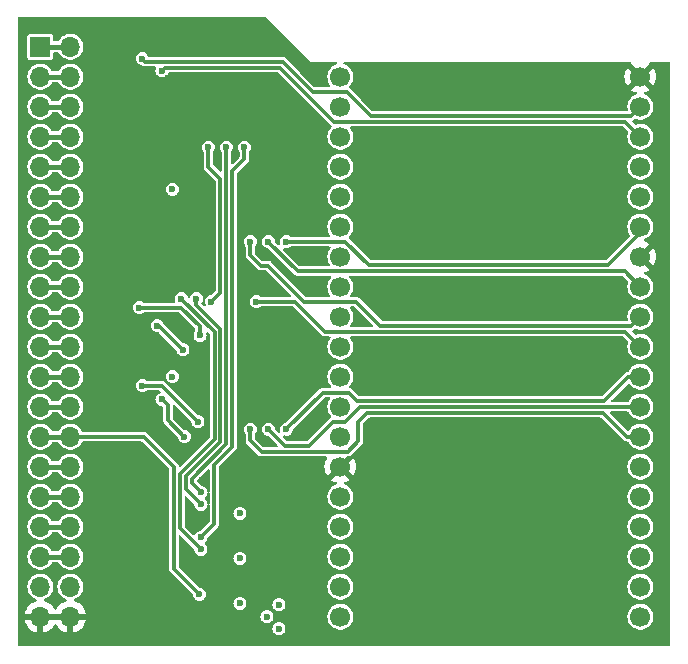
<source format=gbr>
%TF.GenerationSoftware,KiCad,Pcbnew,7.0.6*%
%TF.CreationDate,2023-11-28T22:30:30+01:00*%
%TF.ProjectId,blue_64,626c7565-5f36-4342-9e6b-696361645f70,rev?*%
%TF.SameCoordinates,Original*%
%TF.FileFunction,Copper,L1,Top*%
%TF.FilePolarity,Positive*%
%FSLAX46Y46*%
G04 Gerber Fmt 4.6, Leading zero omitted, Abs format (unit mm)*
G04 Created by KiCad (PCBNEW 7.0.6) date 2023-11-28 22:30:30*
%MOMM*%
%LPD*%
G01*
G04 APERTURE LIST*
%TA.AperFunction,ComponentPad*%
%ADD10R,1.700000X1.700000*%
%TD*%
%TA.AperFunction,ComponentPad*%
%ADD11O,1.700000X1.700000*%
%TD*%
%TA.AperFunction,ComponentPad*%
%ADD12C,1.700000*%
%TD*%
%TA.AperFunction,ViaPad*%
%ADD13C,0.600000*%
%TD*%
%TA.AperFunction,Conductor*%
%ADD14C,0.300000*%
%TD*%
%TA.AperFunction,Conductor*%
%ADD15C,0.400000*%
%TD*%
G04 APERTURE END LIST*
D10*
X71120000Y-50800000D03*
D11*
X73660000Y-50800000D03*
X71120000Y-53340000D03*
X73660000Y-53340000D03*
X71120000Y-55880000D03*
X73660000Y-55880000D03*
X71120000Y-58420000D03*
X73660000Y-58420000D03*
X71120000Y-60960000D03*
X73660000Y-60960000D03*
X71120000Y-63500000D03*
X73660000Y-63500000D03*
X71120000Y-66040000D03*
X73660000Y-66040000D03*
X71120000Y-68580000D03*
X73660000Y-68580000D03*
X71120000Y-71120000D03*
X73660000Y-71120000D03*
X71120000Y-73660000D03*
X73660000Y-73660000D03*
X71120000Y-76200000D03*
X73660000Y-76200000D03*
X71120000Y-78740000D03*
X73660000Y-78740000D03*
X71120000Y-81280000D03*
X73660000Y-81280000D03*
X71120000Y-83820000D03*
X73660000Y-83820000D03*
X71120000Y-86360000D03*
X73660000Y-86360000D03*
X71120000Y-88900000D03*
X73660000Y-88900000D03*
X71120000Y-91440000D03*
X73660000Y-91440000D03*
X71120000Y-93980000D03*
X73660000Y-93980000D03*
X71120000Y-96520000D03*
X73660000Y-96520000D03*
X71120000Y-99060000D03*
X73660000Y-99060000D03*
D12*
X121920000Y-86360000D03*
X121920000Y-88900000D03*
X96520000Y-53340000D03*
X121920000Y-83820000D03*
X121920000Y-76200000D03*
X96520000Y-99060000D03*
X96520000Y-83820000D03*
X96520000Y-88900000D03*
X96520000Y-81280000D03*
X121920000Y-91440000D03*
X121920000Y-81280000D03*
X121920000Y-78740000D03*
X121920000Y-73660000D03*
X121920000Y-71120000D03*
X121920000Y-66040000D03*
X121920000Y-58420000D03*
X121920000Y-55880000D03*
X96520000Y-73660000D03*
X96520000Y-76200000D03*
X96520000Y-78740000D03*
X96520000Y-68580000D03*
X96520000Y-71120000D03*
X96520000Y-63500000D03*
X96520000Y-66040000D03*
X121920000Y-99060000D03*
X96520000Y-96520000D03*
X121920000Y-96520000D03*
X121920000Y-93980000D03*
X96520000Y-91440000D03*
X96520000Y-93980000D03*
X96520000Y-55880000D03*
X96520000Y-86360000D03*
X121920000Y-53340000D03*
X121920000Y-68580000D03*
X121920000Y-63500000D03*
X121920000Y-60960000D03*
X96520000Y-60960000D03*
X96520000Y-58420000D03*
D13*
X98171000Y-73914000D03*
X111887000Y-99695000D03*
X106172000Y-73152000D03*
X81153000Y-99949000D03*
X75692000Y-82931000D03*
X84201000Y-90170000D03*
X101219000Y-73279000D03*
X84201000Y-97917000D03*
X81915000Y-53467000D03*
X108331000Y-95758000D03*
X108839000Y-87503000D03*
X117094000Y-71247000D03*
X113665000Y-95631000D03*
X79883000Y-94869000D03*
X110744000Y-55245000D03*
X94234000Y-58674000D03*
X114554000Y-67183000D03*
X72390000Y-80010000D03*
X89789000Y-67945000D03*
X83566000Y-82931000D03*
X79629000Y-62865000D03*
X72390000Y-74930000D03*
X106172000Y-84201000D03*
X92583000Y-93853000D03*
X101219000Y-83947000D03*
X75819000Y-73025000D03*
X98679000Y-71120000D03*
X120269000Y-76200000D03*
X113157000Y-73279000D03*
X93980000Y-90932000D03*
X98679000Y-63500000D03*
X75692000Y-55245000D03*
X94488000Y-53213000D03*
X116078000Y-53340000D03*
X107188000Y-53467000D03*
X89535000Y-71501000D03*
X107061000Y-76708000D03*
X72390000Y-97790000D03*
X111506000Y-83947000D03*
X75311000Y-91440000D03*
X77470000Y-82931000D03*
X94361000Y-71120000D03*
X72390000Y-59690000D03*
X100838000Y-60198000D03*
X72390000Y-52070000D03*
X77470000Y-98298000D03*
X93472000Y-78105000D03*
X98679000Y-58420000D03*
X72390000Y-95250000D03*
X72390000Y-69850000D03*
X83058000Y-54356000D03*
X77470000Y-60833000D03*
X72390000Y-62230000D03*
X77470000Y-70485000D03*
X91948000Y-88773000D03*
X92456000Y-68072000D03*
X77470000Y-76327000D03*
X115570000Y-87757000D03*
X84709000Y-91313000D03*
X101727000Y-64135000D03*
X81788000Y-66294000D03*
X72390000Y-64770000D03*
X120650000Y-82423000D03*
X84836000Y-87503000D03*
X84455000Y-67691000D03*
X110490000Y-64008000D03*
X102997000Y-55372000D03*
X77978000Y-68580000D03*
X77978000Y-53340000D03*
X112014000Y-90805000D03*
X102743000Y-87503000D03*
X75692000Y-60833000D03*
X92710000Y-83566000D03*
X87503000Y-96139000D03*
X105537000Y-99695000D03*
X75819000Y-57785000D03*
X116967000Y-60325000D03*
X80264000Y-78740000D03*
X81153000Y-97028000D03*
X88646000Y-54229000D03*
X91948000Y-59690000D03*
X103759000Y-79502000D03*
X77978000Y-58928000D03*
X84836000Y-56007000D03*
X75692000Y-70485000D03*
X86995000Y-86741000D03*
X94488000Y-60960000D03*
X72390000Y-90170000D03*
X113792000Y-76581000D03*
X84074000Y-93980000D03*
X120269000Y-66040000D03*
X120269000Y-58420000D03*
X75311000Y-95250000D03*
X105283000Y-63500000D03*
X98933000Y-83820000D03*
X86995000Y-88519000D03*
X101346000Y-76835000D03*
X81407000Y-73660000D03*
X93472000Y-79883000D03*
X77978000Y-81026000D03*
X86487000Y-100076000D03*
X88138000Y-84201000D03*
X110490000Y-79502000D03*
X106045000Y-90805000D03*
X120269000Y-60960000D03*
X77978000Y-74422000D03*
X89408000Y-59690000D03*
X98679000Y-76200000D03*
X91694000Y-55499000D03*
X72390000Y-77470000D03*
X116967000Y-79248000D03*
X75692000Y-76327000D03*
X105791000Y-58547000D03*
X94361000Y-82296000D03*
X120269000Y-71120000D03*
X98679000Y-66040000D03*
X91059000Y-95758000D03*
X76835000Y-49022000D03*
X75438000Y-85090000D03*
X81153000Y-89408000D03*
X76835000Y-62865000D03*
X83820000Y-75692000D03*
X87630000Y-59690000D03*
X84328000Y-49784000D03*
X99568000Y-99822000D03*
X72390000Y-67310000D03*
X98679000Y-78740000D03*
X86106000Y-59690000D03*
X91948000Y-75438000D03*
X80391000Y-51308000D03*
X116713000Y-63627000D03*
X118872000Y-94488000D03*
X87503000Y-50419000D03*
X109982000Y-60071000D03*
X88392000Y-75438000D03*
X72390000Y-72390000D03*
X75311000Y-88900000D03*
X72390000Y-57150000D03*
X102235000Y-95758000D03*
X80010000Y-72136000D03*
X98679000Y-53340000D03*
X120269000Y-73660000D03*
X114427000Y-58166000D03*
X81534000Y-56896000D03*
X75819000Y-79375000D03*
X120650000Y-80137000D03*
X109982000Y-71374000D03*
X82550000Y-84836000D03*
X108839000Y-67183000D03*
X72390000Y-49530000D03*
X72390000Y-92710000D03*
X117856000Y-83693000D03*
X81280000Y-81534000D03*
X83947000Y-59436000D03*
X120269000Y-55880000D03*
X83693000Y-71501000D03*
X103632000Y-71247000D03*
X120269000Y-90424000D03*
X84709000Y-95123000D03*
X72390000Y-54610000D03*
X77470000Y-55245000D03*
X103759000Y-67183000D03*
X117475000Y-99314000D03*
X89789000Y-83820000D03*
X78359000Y-86741000D03*
X87503000Y-92329000D03*
X89789000Y-49149000D03*
X100584000Y-90932000D03*
X81280000Y-60579000D03*
X90297000Y-99060000D03*
X91313000Y-98044000D03*
X82296000Y-62865000D03*
X82296000Y-78740000D03*
X88011000Y-94107000D03*
X91313000Y-100076000D03*
X88011000Y-90297000D03*
X88011000Y-97917000D03*
X81407000Y-52832000D03*
X79756000Y-51816000D03*
X83185000Y-76454000D03*
X81026000Y-74422000D03*
X84645500Y-75247500D03*
X79502000Y-72898000D03*
X84455000Y-82550000D03*
X79756000Y-79502000D03*
X83312000Y-83820000D03*
X81407000Y-80645000D03*
X91948000Y-67310000D03*
X90424000Y-67310000D03*
X88900000Y-67310000D03*
X91948000Y-83185000D03*
X90424000Y-83185000D03*
X88900000Y-83185000D03*
X89408000Y-72390000D03*
X84709000Y-93345000D03*
X83058000Y-72136000D03*
X86868000Y-59309000D03*
X84709000Y-88519000D03*
X85598000Y-72390000D03*
X85344000Y-59309000D03*
X84709000Y-92329000D03*
X88392000Y-59309000D03*
X84328000Y-72136000D03*
X84709000Y-89535000D03*
X84582000Y-97155000D03*
D14*
X85868000Y-74946000D02*
X83058000Y-72136000D01*
X85868000Y-84040788D02*
X85868000Y-74946000D01*
X82931000Y-86977788D02*
X85868000Y-84040788D01*
X82931000Y-91567000D02*
X82931000Y-86977788D01*
X84709000Y-93345000D02*
X82931000Y-91567000D01*
X86368000Y-74738894D02*
X84328000Y-72698894D01*
X84328000Y-72698894D02*
X84328000Y-72136000D01*
X86368000Y-84247894D02*
X86368000Y-74738894D01*
X83439000Y-87176894D02*
X86368000Y-84247894D01*
X84709000Y-89535000D02*
X83439000Y-88265000D01*
X83439000Y-88265000D02*
X83439000Y-87176894D01*
X85852000Y-91186000D02*
X84709000Y-92329000D01*
X87368000Y-61349000D02*
X87368000Y-84662106D01*
X87368000Y-84662106D02*
X85852000Y-86178106D01*
X88392000Y-60325000D02*
X87368000Y-61349000D01*
X85852000Y-86178106D02*
X85852000Y-91186000D01*
X88392000Y-59309000D02*
X88392000Y-60325000D01*
X83947000Y-87757000D02*
X83947000Y-87376000D01*
X86868000Y-84455000D02*
X86868000Y-59309000D01*
X84709000Y-88519000D02*
X83947000Y-87757000D01*
X83947000Y-87376000D02*
X86868000Y-84455000D01*
X86368000Y-61984000D02*
X86368000Y-71620000D01*
X85344000Y-60960000D02*
X86368000Y-61984000D01*
X85344000Y-59309000D02*
X85344000Y-60960000D01*
X86368000Y-71620000D02*
X85598000Y-72390000D01*
X121158000Y-74422000D02*
X121920000Y-73660000D01*
X99885500Y-74422000D02*
X121158000Y-74422000D01*
X90424000Y-69342000D02*
X93472000Y-72390000D01*
X97853500Y-72390000D02*
X99885500Y-74422000D01*
X89789000Y-69342000D02*
X90424000Y-69342000D01*
X88900000Y-68453000D02*
X89789000Y-69342000D01*
X88900000Y-67310000D02*
X88900000Y-68453000D01*
X93472000Y-72390000D02*
X97853500Y-72390000D01*
D15*
X71120000Y-99060000D02*
X73660000Y-99060000D01*
X71120000Y-91440000D02*
X73660000Y-91440000D01*
X71120000Y-93980000D02*
X73660000Y-93980000D01*
D14*
X81407000Y-52832000D02*
X81669000Y-52570000D01*
X96012000Y-57150000D02*
X120650000Y-57150000D01*
X81669000Y-52570000D02*
X91432000Y-52570000D01*
X120650000Y-57150000D02*
X121920000Y-58420000D01*
X91432000Y-52570000D02*
X96012000Y-57150000D01*
X91639106Y-52070000D02*
X94179106Y-54610000D01*
X121150000Y-56650000D02*
X121920000Y-55880000D01*
X80010000Y-52070000D02*
X91639106Y-52070000D01*
X79756000Y-51816000D02*
X80010000Y-52070000D01*
X94179106Y-54610000D02*
X97051028Y-54610000D01*
X99091028Y-56650000D02*
X121150000Y-56650000D01*
X97051028Y-54610000D02*
X99091028Y-56650000D01*
X81026000Y-74422000D02*
X81153000Y-74422000D01*
X81153000Y-74422000D02*
X83185000Y-76454000D01*
X84645500Y-74485500D02*
X83058000Y-72898000D01*
X84645500Y-75247500D02*
X84645500Y-74485500D01*
X83058000Y-72898000D02*
X79502000Y-72898000D01*
X79756000Y-79502000D02*
X81407000Y-79502000D01*
X81915000Y-80010000D02*
X84455000Y-82550000D01*
X81407000Y-79502000D02*
X81915000Y-80010000D01*
X81407000Y-80645000D02*
X81930000Y-81168000D01*
X81930000Y-81168000D02*
X81930000Y-82438000D01*
X81930000Y-82438000D02*
X83312000Y-83820000D01*
X98917057Y-69280000D02*
X119188000Y-69280000D01*
X91948000Y-67310000D02*
X96947057Y-67310000D01*
X96947057Y-67310000D02*
X98917057Y-69280000D01*
X119188000Y-69280000D02*
X121920000Y-66548000D01*
X121920000Y-66548000D02*
X121920000Y-66040000D01*
X90424000Y-67310000D02*
X92894000Y-69780000D01*
X120580000Y-69780000D02*
X121920000Y-71120000D01*
X92894000Y-69780000D02*
X120580000Y-69780000D01*
X97917000Y-80772000D02*
X118872000Y-80772000D01*
X95053000Y-80080000D02*
X97225000Y-80080000D01*
X97225000Y-80080000D02*
X97917000Y-80772000D01*
X118872000Y-80772000D02*
X120904000Y-78740000D01*
X120904000Y-78740000D02*
X121920000Y-78740000D01*
X91948000Y-83185000D02*
X95053000Y-80080000D01*
X93853000Y-84582000D02*
X95885000Y-82550000D01*
X98217057Y-81280000D02*
X121920000Y-81280000D01*
X91821000Y-84582000D02*
X93853000Y-84582000D01*
X95885000Y-82550000D02*
X96947057Y-82550000D01*
X90424000Y-83185000D02*
X91821000Y-84582000D01*
X96947057Y-82550000D02*
X98217057Y-81280000D01*
X118737000Y-81780000D02*
X120777000Y-83820000D01*
X98044000Y-82550000D02*
X98814000Y-81780000D01*
X98814000Y-81780000D02*
X118737000Y-81780000D01*
X88900000Y-83185000D02*
X88900000Y-84137500D01*
X120777000Y-83820000D02*
X121920000Y-83820000D01*
X89852500Y-85090000D02*
X97155000Y-85090000D01*
X98044000Y-84201000D02*
X98044000Y-82550000D01*
X97155000Y-85090000D02*
X98044000Y-84201000D01*
X88900000Y-84137500D02*
X89852500Y-85090000D01*
X92710000Y-72390000D02*
X95250000Y-74930000D01*
X120650000Y-74930000D02*
X121920000Y-76200000D01*
X95250000Y-74930000D02*
X120650000Y-74930000D01*
X89408000Y-72390000D02*
X92710000Y-72390000D01*
D15*
X71120000Y-81280000D02*
X73660000Y-81280000D01*
X71120000Y-88900000D02*
X73660000Y-88900000D01*
X71120000Y-76200000D02*
X73660000Y-76200000D01*
X71120000Y-73660000D02*
X73660000Y-73660000D01*
X71120000Y-71120000D02*
X73660000Y-71120000D01*
X71120000Y-60960000D02*
X73660000Y-60960000D01*
X71120000Y-58420000D02*
X73660000Y-58420000D01*
X71120000Y-55880000D02*
X73660000Y-55880000D01*
X71120000Y-53340000D02*
X73660000Y-53340000D01*
X71120000Y-68580000D02*
X73660000Y-68580000D01*
X71120000Y-66040000D02*
X73660000Y-66040000D01*
X71120000Y-50800000D02*
X73660000Y-50800000D01*
X71120000Y-63500000D02*
X73660000Y-63500000D01*
X71120000Y-86360000D02*
X73660000Y-86360000D01*
X71120000Y-78740000D02*
X73660000Y-78740000D01*
D14*
X82431000Y-86368000D02*
X79883000Y-83820000D01*
X84582000Y-97155000D02*
X82431000Y-95004000D01*
D15*
X73660000Y-83820000D02*
X71120000Y-83820000D01*
D14*
X82431000Y-95004000D02*
X82431000Y-86368000D01*
X79883000Y-83820000D02*
X73660000Y-83820000D01*
%TA.AperFunction,Conductor*%
G36*
X73200507Y-98850156D02*
G01*
X73160000Y-98988111D01*
X73160000Y-99131889D01*
X73200507Y-99269844D01*
X73226314Y-99310000D01*
X71553686Y-99310000D01*
X71579493Y-99269844D01*
X71620000Y-99131889D01*
X71620000Y-98988111D01*
X71579493Y-98850156D01*
X71553686Y-98810000D01*
X73226314Y-98810000D01*
X73200507Y-98850156D01*
G37*
%TD.AperFunction*%
%TA.AperFunction,Conductor*%
G36*
X85397445Y-86588690D02*
G01*
X85440710Y-86631955D01*
X85451500Y-86676900D01*
X85451500Y-88430858D01*
X85432593Y-88489049D01*
X85393360Y-88517553D01*
X85395121Y-88517785D01*
X85439503Y-88559903D01*
X85451500Y-88607141D01*
X85451500Y-89446858D01*
X85432593Y-89505049D01*
X85393360Y-89533553D01*
X85395121Y-89533785D01*
X85439503Y-89575903D01*
X85451500Y-89623141D01*
X85451500Y-90979098D01*
X85432593Y-91037289D01*
X85422504Y-91049102D01*
X84719929Y-91751676D01*
X84665412Y-91779453D01*
X84662848Y-91779825D01*
X84565290Y-91792670D01*
X84431378Y-91848137D01*
X84431374Y-91848139D01*
X84316381Y-91936377D01*
X84316377Y-91936381D01*
X84228139Y-92051374D01*
X84228137Y-92051377D01*
X84212677Y-92088701D01*
X84172940Y-92135225D01*
X84113444Y-92149508D01*
X84056917Y-92126092D01*
X84051210Y-92120817D01*
X83360496Y-91430103D01*
X83332719Y-91375586D01*
X83331500Y-91360099D01*
X83331500Y-88962900D01*
X83350407Y-88904709D01*
X83399907Y-88868745D01*
X83461093Y-88868745D01*
X83500504Y-88892896D01*
X84131676Y-89524068D01*
X84159453Y-89578585D01*
X84159825Y-89581149D01*
X84172670Y-89678709D01*
X84215445Y-89781980D01*
X84228139Y-89812625D01*
X84316379Y-89927621D01*
X84431375Y-90015861D01*
X84565291Y-90071330D01*
X84709000Y-90090250D01*
X84852709Y-90071330D01*
X84986625Y-90015861D01*
X85101621Y-89927621D01*
X85189861Y-89812625D01*
X85245330Y-89678709D01*
X85254347Y-89610218D01*
X85280688Y-89554994D01*
X85315291Y-89536206D01*
X85272407Y-89505049D01*
X85254347Y-89459781D01*
X85245330Y-89391291D01*
X85189861Y-89257375D01*
X85101621Y-89142379D01*
X85101616Y-89142375D01*
X85101615Y-89142374D01*
X85053614Y-89105542D01*
X85018958Y-89055118D01*
X85020559Y-88993953D01*
X85053614Y-88948458D01*
X85101621Y-88911621D01*
X85189861Y-88796625D01*
X85245330Y-88662709D01*
X85254347Y-88594218D01*
X85280688Y-88538994D01*
X85315291Y-88520206D01*
X85272407Y-88489049D01*
X85254347Y-88443781D01*
X85253624Y-88438291D01*
X85245330Y-88375291D01*
X85189861Y-88241375D01*
X85101621Y-88126379D01*
X84986625Y-88038139D01*
X84986621Y-88038137D01*
X84852709Y-87982670D01*
X84755150Y-87969825D01*
X84699925Y-87943483D01*
X84698069Y-87941676D01*
X84392896Y-87636503D01*
X84365119Y-87581986D01*
X84374690Y-87521554D01*
X84392893Y-87496498D01*
X85282497Y-86606895D01*
X85337013Y-86579119D01*
X85397445Y-86588690D01*
G37*
%TD.AperFunction*%
%TA.AperFunction,Conductor*%
G36*
X95604083Y-80499407D02*
G01*
X95640047Y-80548907D01*
X95640047Y-80610093D01*
X95624897Y-80639157D01*
X95620487Y-80644999D01*
X95580328Y-80698177D01*
X95580323Y-80698186D01*
X95490040Y-80879500D01*
X95489418Y-80880750D01*
X95475502Y-80929658D01*
X95433603Y-81076917D01*
X95420130Y-81222322D01*
X95414785Y-81280000D01*
X95433603Y-81483083D01*
X95489418Y-81679250D01*
X95580327Y-81861821D01*
X95703236Y-82024579D01*
X95712613Y-82033127D01*
X95742878Y-82086300D01*
X95736109Y-82147110D01*
X95704103Y-82186384D01*
X95681387Y-82202886D01*
X95668151Y-82210997D01*
X95646660Y-82221948D01*
X95646658Y-82221950D01*
X95624094Y-82244513D01*
X95624092Y-82244515D01*
X95624090Y-82244515D01*
X95624091Y-82244516D01*
X93716103Y-84152504D01*
X93661586Y-84180281D01*
X93646099Y-84181500D01*
X92027900Y-84181500D01*
X91969709Y-84162593D01*
X91957896Y-84152504D01*
X91682383Y-83876991D01*
X91654606Y-83822474D01*
X91664177Y-83762042D01*
X91707442Y-83718777D01*
X91767874Y-83709206D01*
X91790270Y-83715522D01*
X91804291Y-83721330D01*
X91947999Y-83740250D01*
X91947999Y-83740249D01*
X91948000Y-83740250D01*
X92091709Y-83721330D01*
X92225625Y-83665861D01*
X92340621Y-83577621D01*
X92428861Y-83462625D01*
X92484330Y-83328709D01*
X92497173Y-83231150D01*
X92523514Y-83175926D01*
X92525285Y-83174106D01*
X95189896Y-80509496D01*
X95244413Y-80481719D01*
X95259900Y-80480500D01*
X95545892Y-80480500D01*
X95604083Y-80499407D01*
G37*
%TD.AperFunction*%
%TA.AperFunction,Conductor*%
G36*
X97704790Y-72809407D02*
G01*
X97716603Y-72819496D01*
X99257603Y-74360496D01*
X99285380Y-74415013D01*
X99275809Y-74475445D01*
X99232544Y-74518710D01*
X99187599Y-74529500D01*
X97441246Y-74529500D01*
X97383055Y-74510593D01*
X97347091Y-74461093D01*
X97347091Y-74399907D01*
X97362239Y-74370844D01*
X97459673Y-74241821D01*
X97550582Y-74059250D01*
X97606397Y-73863083D01*
X97625215Y-73660000D01*
X97606397Y-73456917D01*
X97550582Y-73260750D01*
X97459673Y-73078179D01*
X97362240Y-72949157D01*
X97342263Y-72891330D01*
X97360092Y-72832799D01*
X97408918Y-72795927D01*
X97441246Y-72790500D01*
X97646599Y-72790500D01*
X97704790Y-72809407D01*
G37*
%TD.AperFunction*%
%TA.AperFunction,Conductor*%
G36*
X95656945Y-67729407D02*
G01*
X95692909Y-67778907D01*
X95692909Y-67840093D01*
X95677760Y-67869155D01*
X95652632Y-67902432D01*
X95580328Y-67998177D01*
X95580323Y-67998186D01*
X95514937Y-68129500D01*
X95489418Y-68180750D01*
X95433603Y-68376917D01*
X95414785Y-68580000D01*
X95433603Y-68783083D01*
X95489418Y-68979250D01*
X95580327Y-69161821D01*
X95624896Y-69220840D01*
X95644875Y-69278671D01*
X95627046Y-69337201D01*
X95578219Y-69374073D01*
X95545892Y-69379500D01*
X93100900Y-69379500D01*
X93042709Y-69360593D01*
X93030896Y-69350504D01*
X91682384Y-68001991D01*
X91654607Y-67947474D01*
X91664178Y-67887042D01*
X91707443Y-67843777D01*
X91767875Y-67834206D01*
X91790263Y-67840519D01*
X91804291Y-67846330D01*
X91948000Y-67865250D01*
X92091709Y-67846330D01*
X92225625Y-67790861D01*
X92263934Y-67761464D01*
X92303693Y-67730958D01*
X92361369Y-67710534D01*
X92363960Y-67710500D01*
X95598754Y-67710500D01*
X95656945Y-67729407D01*
G37*
%TD.AperFunction*%
%TA.AperFunction,Conductor*%
G36*
X90176620Y-48304407D02*
G01*
X90188433Y-48314496D01*
X93944458Y-52070521D01*
X93950443Y-52079479D01*
X93960482Y-52089517D01*
X93974927Y-52095500D01*
X93980000Y-52097601D01*
X93994205Y-52097601D01*
X94004766Y-52095500D01*
X96156385Y-52095500D01*
X96214576Y-52114407D01*
X96250540Y-52163907D01*
X96250540Y-52225093D01*
X96214576Y-52274593D01*
X96192151Y-52286812D01*
X96027363Y-52350652D01*
X95857792Y-52455646D01*
X95853959Y-52458019D01*
X95703237Y-52595420D01*
X95580328Y-52758177D01*
X95580323Y-52758186D01*
X95514937Y-52889500D01*
X95489418Y-52940750D01*
X95433603Y-53136917D01*
X95414785Y-53340000D01*
X95433603Y-53543083D01*
X95489418Y-53739250D01*
X95580327Y-53921821D01*
X95677759Y-54050842D01*
X95697737Y-54108670D01*
X95679908Y-54167201D01*
X95631082Y-54204073D01*
X95598754Y-54209500D01*
X94386006Y-54209500D01*
X94327815Y-54190593D01*
X94316002Y-54180504D01*
X93121943Y-52986445D01*
X91900015Y-51764516D01*
X91900014Y-51764515D01*
X91897530Y-51762031D01*
X91877449Y-51741951D01*
X91877448Y-51741950D01*
X91855953Y-51730997D01*
X91842714Y-51722884D01*
X91836687Y-51718505D01*
X91823196Y-51708704D01*
X91823194Y-51708703D01*
X91800248Y-51701247D01*
X91785894Y-51695301D01*
X91764412Y-51684354D01*
X91740580Y-51680579D01*
X91725480Y-51676953D01*
X91702543Y-51669500D01*
X91702539Y-51669500D01*
X91670625Y-51669500D01*
X80357324Y-51669500D01*
X80299133Y-51650593D01*
X80265860Y-51608385D01*
X80236862Y-51538378D01*
X80236861Y-51538375D01*
X80148621Y-51423379D01*
X80033625Y-51335139D01*
X80033621Y-51335137D01*
X79899709Y-51279670D01*
X79899708Y-51279669D01*
X79756000Y-51260750D01*
X79612291Y-51279669D01*
X79612290Y-51279670D01*
X79478378Y-51335137D01*
X79478374Y-51335139D01*
X79363381Y-51423377D01*
X79363377Y-51423381D01*
X79275139Y-51538374D01*
X79275137Y-51538378D01*
X79219670Y-51672290D01*
X79219669Y-51672291D01*
X79200750Y-51815999D01*
X79200750Y-51816000D01*
X79219669Y-51959708D01*
X79219670Y-51959709D01*
X79274307Y-52091618D01*
X79275139Y-52093625D01*
X79363379Y-52208621D01*
X79478375Y-52296861D01*
X79612291Y-52352330D01*
X79709849Y-52365173D01*
X79765074Y-52391514D01*
X79766893Y-52393285D01*
X79771658Y-52398050D01*
X79771660Y-52398051D01*
X79793149Y-52409000D01*
X79806395Y-52417117D01*
X79825910Y-52431296D01*
X79825912Y-52431296D01*
X79825913Y-52431297D01*
X79848852Y-52438750D01*
X79863195Y-52444690D01*
X79884696Y-52455646D01*
X79908524Y-52459419D01*
X79923633Y-52463047D01*
X79932194Y-52465828D01*
X79946567Y-52470499D01*
X79976437Y-52470499D01*
X79976461Y-52470500D01*
X79978481Y-52470500D01*
X80812718Y-52470500D01*
X80870909Y-52489407D01*
X80906873Y-52538907D01*
X80906873Y-52600093D01*
X80904183Y-52607382D01*
X80881382Y-52662430D01*
X80870670Y-52688291D01*
X80870669Y-52688291D01*
X80851750Y-52831999D01*
X80851750Y-52832000D01*
X80870669Y-52975708D01*
X80870670Y-52975709D01*
X80926139Y-53109625D01*
X81014379Y-53224621D01*
X81129375Y-53312861D01*
X81263291Y-53368330D01*
X81407000Y-53387250D01*
X81550709Y-53368330D01*
X81684625Y-53312861D01*
X81799621Y-53224621D01*
X81887861Y-53109625D01*
X81920173Y-53031614D01*
X81959911Y-52985089D01*
X82011638Y-52970500D01*
X91225099Y-52970500D01*
X91283290Y-52989407D01*
X91295103Y-52999496D01*
X95683950Y-57388342D01*
X95770008Y-57474400D01*
X95797785Y-57528917D01*
X95788214Y-57589349D01*
X95766700Y-57617565D01*
X95703239Y-57675417D01*
X95580328Y-57838177D01*
X95580323Y-57838186D01*
X95489419Y-58020747D01*
X95489418Y-58020750D01*
X95433603Y-58216917D01*
X95414785Y-58420000D01*
X95433603Y-58623083D01*
X95489418Y-58819250D01*
X95580327Y-59001821D01*
X95703236Y-59164579D01*
X95853959Y-59301981D01*
X96027363Y-59409348D01*
X96217544Y-59483024D01*
X96418024Y-59520500D01*
X96621976Y-59520500D01*
X96822456Y-59483024D01*
X97012637Y-59409348D01*
X97186041Y-59301981D01*
X97336764Y-59164579D01*
X97459673Y-59001821D01*
X97550582Y-58819250D01*
X97606397Y-58623083D01*
X97625215Y-58420000D01*
X97606397Y-58216917D01*
X97550582Y-58020750D01*
X97459673Y-57838179D01*
X97362240Y-57709157D01*
X97342263Y-57651330D01*
X97360092Y-57592799D01*
X97408918Y-57555927D01*
X97441246Y-57550500D01*
X120443099Y-57550500D01*
X120501290Y-57569407D01*
X120513103Y-57579496D01*
X120862663Y-57929056D01*
X120890440Y-57983573D01*
X120887880Y-58026152D01*
X120833603Y-58216915D01*
X120833602Y-58216917D01*
X120833603Y-58216917D01*
X120814785Y-58420000D01*
X120833603Y-58623083D01*
X120889418Y-58819250D01*
X120980327Y-59001821D01*
X121103236Y-59164579D01*
X121253959Y-59301981D01*
X121427363Y-59409348D01*
X121617544Y-59483024D01*
X121818024Y-59520500D01*
X122021976Y-59520500D01*
X122222456Y-59483024D01*
X122412637Y-59409348D01*
X122586041Y-59301981D01*
X122736764Y-59164579D01*
X122859673Y-59001821D01*
X122950582Y-58819250D01*
X123006397Y-58623083D01*
X123025215Y-58420000D01*
X123006397Y-58216917D01*
X122950582Y-58020750D01*
X122859673Y-57838179D01*
X122736764Y-57675421D01*
X122586041Y-57538019D01*
X122412637Y-57430652D01*
X122222456Y-57356976D01*
X122222455Y-57356975D01*
X122222453Y-57356975D01*
X122021976Y-57319500D01*
X121818024Y-57319500D01*
X121617543Y-57356976D01*
X121537738Y-57387892D01*
X121476647Y-57391282D01*
X121431972Y-57365580D01*
X121256873Y-57190480D01*
X121229096Y-57135964D01*
X121238667Y-57075532D01*
X121281928Y-57032270D01*
X121296806Y-57024689D01*
X121311151Y-57018748D01*
X121334090Y-57011296D01*
X121353612Y-56997111D01*
X121366849Y-56989000D01*
X121388342Y-56978050D01*
X121405263Y-56961127D01*
X121405268Y-56961124D01*
X121410906Y-56955485D01*
X121410909Y-56955484D01*
X121431973Y-56934419D01*
X121486485Y-56906641D01*
X121537736Y-56912106D01*
X121617544Y-56943024D01*
X121818024Y-56980500D01*
X122021976Y-56980500D01*
X122222456Y-56943024D01*
X122412637Y-56869348D01*
X122586041Y-56761981D01*
X122736764Y-56624579D01*
X122859673Y-56461821D01*
X122950582Y-56279250D01*
X123006397Y-56083083D01*
X123025215Y-55880000D01*
X123006397Y-55676917D01*
X122950582Y-55480750D01*
X122859673Y-55298179D01*
X122736764Y-55135421D01*
X122586041Y-54998019D01*
X122412637Y-54890652D01*
X122260340Y-54831652D01*
X122212910Y-54793001D01*
X122197256Y-54733852D01*
X122219359Y-54676799D01*
X122270481Y-54643711D01*
X122383490Y-54613430D01*
X122597577Y-54513600D01*
X122681372Y-54454925D01*
X122052533Y-53826086D01*
X122062315Y-53824680D01*
X122193100Y-53764952D01*
X122301761Y-53670798D01*
X122379493Y-53549844D01*
X122403076Y-53469523D01*
X123034925Y-54101372D01*
X123093600Y-54017577D01*
X123193430Y-53803489D01*
X123254570Y-53575313D01*
X123275157Y-53340003D01*
X123275157Y-53339996D01*
X123254570Y-53104686D01*
X123193429Y-52876505D01*
X123093605Y-52662432D01*
X123093602Y-52662426D01*
X123034926Y-52578626D01*
X122403076Y-53210475D01*
X122379493Y-53130156D01*
X122301761Y-53009202D01*
X122193100Y-52915048D01*
X122062315Y-52855320D01*
X122052530Y-52853913D01*
X122681373Y-52225071D01*
X122679454Y-52203128D01*
X122693218Y-52143511D01*
X122739395Y-52103370D01*
X122778077Y-52095500D01*
X124335500Y-52095500D01*
X124393691Y-52114407D01*
X124429655Y-52163907D01*
X124434500Y-52194500D01*
X124434500Y-101475500D01*
X124415593Y-101533691D01*
X124366093Y-101569655D01*
X124335500Y-101574500D01*
X69339500Y-101574500D01*
X69281309Y-101555593D01*
X69245345Y-101506093D01*
X69240500Y-101475500D01*
X69240500Y-99310000D01*
X69789364Y-99310000D01*
X69846569Y-99523489D01*
X69946399Y-99737577D01*
X70081886Y-99931073D01*
X70248926Y-100098113D01*
X70442422Y-100233600D01*
X70656509Y-100333430D01*
X70870000Y-100390634D01*
X70870000Y-99495501D01*
X70977685Y-99544680D01*
X71084237Y-99560000D01*
X71155763Y-99560000D01*
X71262315Y-99544680D01*
X71370000Y-99495501D01*
X71370000Y-100390633D01*
X71583490Y-100333430D01*
X71797577Y-100233600D01*
X71991073Y-100098113D01*
X72158113Y-99931073D01*
X72293601Y-99737576D01*
X72293602Y-99737574D01*
X72300275Y-99723265D01*
X72342003Y-99678516D01*
X72402064Y-99666841D01*
X72457517Y-99692698D01*
X72479725Y-99723265D01*
X72486397Y-99737574D01*
X72486398Y-99737576D01*
X72621886Y-99931073D01*
X72788926Y-100098113D01*
X72982422Y-100233600D01*
X73196509Y-100333430D01*
X73410000Y-100390634D01*
X73410000Y-99495501D01*
X73517685Y-99544680D01*
X73624237Y-99560000D01*
X73695763Y-99560000D01*
X73802315Y-99544680D01*
X73910000Y-99495501D01*
X73910000Y-100390633D01*
X74123490Y-100333430D01*
X74337577Y-100233600D01*
X74531073Y-100098113D01*
X74553186Y-100076000D01*
X90757750Y-100076000D01*
X90776669Y-100219708D01*
X90776670Y-100219709D01*
X90832139Y-100353625D01*
X90920379Y-100468621D01*
X91035375Y-100556861D01*
X91169291Y-100612330D01*
X91313000Y-100631250D01*
X91456709Y-100612330D01*
X91590625Y-100556861D01*
X91705621Y-100468621D01*
X91793861Y-100353625D01*
X91849330Y-100219709D01*
X91868250Y-100076000D01*
X91849330Y-99932291D01*
X91793861Y-99798375D01*
X91705621Y-99683379D01*
X91590625Y-99595139D01*
X91590621Y-99595137D01*
X91456709Y-99539670D01*
X91456708Y-99539669D01*
X91313000Y-99520750D01*
X91169291Y-99539669D01*
X91169290Y-99539670D01*
X91035378Y-99595137D01*
X91035374Y-99595139D01*
X90920381Y-99683377D01*
X90920377Y-99683381D01*
X90832139Y-99798374D01*
X90832137Y-99798378D01*
X90776670Y-99932290D01*
X90776669Y-99932291D01*
X90757750Y-100075999D01*
X90757750Y-100076000D01*
X74553186Y-100076000D01*
X74698113Y-99931073D01*
X74833600Y-99737577D01*
X74933430Y-99523489D01*
X74990636Y-99310000D01*
X74093686Y-99310000D01*
X74119493Y-99269844D01*
X74160000Y-99131889D01*
X74160000Y-99060000D01*
X89741750Y-99060000D01*
X89760669Y-99203708D01*
X89760670Y-99203709D01*
X89804696Y-99310000D01*
X89816139Y-99337625D01*
X89904379Y-99452621D01*
X90019375Y-99540861D01*
X90153291Y-99596330D01*
X90297000Y-99615250D01*
X90440709Y-99596330D01*
X90574625Y-99540861D01*
X90689621Y-99452621D01*
X90777861Y-99337625D01*
X90833330Y-99203709D01*
X90852250Y-99060000D01*
X95414785Y-99060000D01*
X95433603Y-99263083D01*
X95489418Y-99459250D01*
X95580327Y-99641821D01*
X95703236Y-99804579D01*
X95853959Y-99941981D01*
X96027363Y-100049348D01*
X96217544Y-100123024D01*
X96418024Y-100160500D01*
X96621976Y-100160500D01*
X96822456Y-100123024D01*
X97012637Y-100049348D01*
X97186041Y-99941981D01*
X97336764Y-99804579D01*
X97459673Y-99641821D01*
X97550582Y-99459250D01*
X97606397Y-99263083D01*
X97625215Y-99060000D01*
X120814785Y-99060000D01*
X120833603Y-99263083D01*
X120889418Y-99459250D01*
X120980327Y-99641821D01*
X121103236Y-99804579D01*
X121253959Y-99941981D01*
X121427363Y-100049348D01*
X121617544Y-100123024D01*
X121818024Y-100160500D01*
X122021976Y-100160500D01*
X122222456Y-100123024D01*
X122412637Y-100049348D01*
X122586041Y-99941981D01*
X122736764Y-99804579D01*
X122859673Y-99641821D01*
X122950582Y-99459250D01*
X123006397Y-99263083D01*
X123025215Y-99060000D01*
X123006397Y-98856917D01*
X122950582Y-98660750D01*
X122859673Y-98478179D01*
X122736764Y-98315421D01*
X122586041Y-98178019D01*
X122412637Y-98070652D01*
X122222456Y-97996976D01*
X122222455Y-97996975D01*
X122222453Y-97996975D01*
X122021976Y-97959500D01*
X121818024Y-97959500D01*
X121617546Y-97996975D01*
X121553243Y-98021886D01*
X121427363Y-98070652D01*
X121253958Y-98178019D01*
X121253959Y-98178019D01*
X121103237Y-98315420D01*
X120980328Y-98478177D01*
X120980323Y-98478186D01*
X120929462Y-98580330D01*
X120889418Y-98660750D01*
X120833603Y-98856917D01*
X120814785Y-99060000D01*
X97625215Y-99060000D01*
X97606397Y-98856917D01*
X97550582Y-98660750D01*
X97459673Y-98478179D01*
X97336764Y-98315421D01*
X97186041Y-98178019D01*
X97012637Y-98070652D01*
X96822456Y-97996976D01*
X96822455Y-97996975D01*
X96822453Y-97996975D01*
X96621976Y-97959500D01*
X96418024Y-97959500D01*
X96217546Y-97996975D01*
X96153243Y-98021886D01*
X96027363Y-98070652D01*
X95853959Y-98178018D01*
X95853959Y-98178019D01*
X95703237Y-98315420D01*
X95580328Y-98478177D01*
X95580323Y-98478186D01*
X95529462Y-98580330D01*
X95489418Y-98660750D01*
X95433603Y-98856917D01*
X95414785Y-99060000D01*
X90852250Y-99060000D01*
X90842785Y-98988111D01*
X90833330Y-98916291D01*
X90777861Y-98782375D01*
X90689621Y-98667379D01*
X90574625Y-98579139D01*
X90574621Y-98579137D01*
X90440709Y-98523670D01*
X90440708Y-98523669D01*
X90297000Y-98504750D01*
X90153291Y-98523669D01*
X90153290Y-98523670D01*
X90019378Y-98579137D01*
X90019374Y-98579139D01*
X89904381Y-98667377D01*
X89904377Y-98667381D01*
X89816139Y-98782374D01*
X89816137Y-98782378D01*
X89760670Y-98916290D01*
X89760669Y-98916291D01*
X89741750Y-99059999D01*
X89741750Y-99060000D01*
X74160000Y-99060000D01*
X74160000Y-98988111D01*
X74119493Y-98850156D01*
X74093686Y-98810000D01*
X74990636Y-98810000D01*
X74933429Y-98596505D01*
X74833605Y-98382432D01*
X74833601Y-98382424D01*
X74698113Y-98188926D01*
X74531073Y-98021886D01*
X74381280Y-97917000D01*
X87455750Y-97917000D01*
X87474669Y-98060708D01*
X87474670Y-98060709D01*
X87523260Y-98178019D01*
X87530139Y-98194625D01*
X87618379Y-98309621D01*
X87733375Y-98397861D01*
X87867291Y-98453330D01*
X88010999Y-98472250D01*
X88010999Y-98472249D01*
X88011000Y-98472250D01*
X88154709Y-98453330D01*
X88288625Y-98397861D01*
X88403621Y-98309621D01*
X88491861Y-98194625D01*
X88547330Y-98060709D01*
X88549530Y-98044000D01*
X90757750Y-98044000D01*
X90776669Y-98187708D01*
X90776670Y-98187709D01*
X90827165Y-98309618D01*
X90832139Y-98321625D01*
X90920379Y-98436621D01*
X91035375Y-98524861D01*
X91169291Y-98580330D01*
X91313000Y-98599250D01*
X91456709Y-98580330D01*
X91590625Y-98524861D01*
X91705621Y-98436621D01*
X91793861Y-98321625D01*
X91849330Y-98187709D01*
X91868250Y-98044000D01*
X91849330Y-97900291D01*
X91793861Y-97766375D01*
X91705621Y-97651379D01*
X91590625Y-97563139D01*
X91590621Y-97563137D01*
X91456709Y-97507670D01*
X91456708Y-97507669D01*
X91313000Y-97488750D01*
X91169291Y-97507669D01*
X91169290Y-97507670D01*
X91035378Y-97563137D01*
X91035374Y-97563139D01*
X90920381Y-97651377D01*
X90920377Y-97651381D01*
X90832139Y-97766374D01*
X90832137Y-97766378D01*
X90776670Y-97900290D01*
X90776669Y-97900291D01*
X90757750Y-98043999D01*
X90757750Y-98044000D01*
X88549530Y-98044000D01*
X88566250Y-97917000D01*
X88547330Y-97773291D01*
X88491861Y-97639375D01*
X88403621Y-97524379D01*
X88288625Y-97436139D01*
X88288621Y-97436137D01*
X88154709Y-97380670D01*
X88154708Y-97380669D01*
X88011000Y-97361750D01*
X87867291Y-97380669D01*
X87867290Y-97380670D01*
X87733378Y-97436137D01*
X87733374Y-97436139D01*
X87618381Y-97524377D01*
X87618377Y-97524381D01*
X87530139Y-97639374D01*
X87530137Y-97639378D01*
X87474670Y-97773290D01*
X87474669Y-97773291D01*
X87455750Y-97916999D01*
X87455750Y-97917000D01*
X74381280Y-97917000D01*
X74337577Y-97886399D01*
X74123489Y-97786568D01*
X74010481Y-97756288D01*
X73959166Y-97722963D01*
X73937240Y-97665842D01*
X73953076Y-97606741D01*
X74000339Y-97568347D01*
X74152637Y-97509348D01*
X74326041Y-97401981D01*
X74476764Y-97264579D01*
X74599673Y-97101821D01*
X74690582Y-96919250D01*
X74746397Y-96723083D01*
X74765215Y-96520000D01*
X74746397Y-96316917D01*
X74690582Y-96120750D01*
X74599673Y-95938179D01*
X74476764Y-95775421D01*
X74326041Y-95638019D01*
X74152637Y-95530652D01*
X73962456Y-95456976D01*
X73962455Y-95456975D01*
X73962453Y-95456975D01*
X73761976Y-95419500D01*
X73558024Y-95419500D01*
X73357546Y-95456975D01*
X73287632Y-95484059D01*
X73167363Y-95530652D01*
X72993958Y-95638018D01*
X72993959Y-95638019D01*
X72843237Y-95775420D01*
X72720328Y-95938177D01*
X72720323Y-95938186D01*
X72629419Y-96120747D01*
X72629418Y-96120750D01*
X72573603Y-96316917D01*
X72554785Y-96520000D01*
X72573603Y-96723083D01*
X72629418Y-96919250D01*
X72720327Y-97101821D01*
X72843236Y-97264579D01*
X72993959Y-97401981D01*
X73167363Y-97509348D01*
X73319658Y-97568347D01*
X73367089Y-97606997D01*
X73382743Y-97666146D01*
X73360640Y-97723200D01*
X73309519Y-97756288D01*
X73196503Y-97786570D01*
X72982432Y-97886394D01*
X72982424Y-97886398D01*
X72788926Y-98021886D01*
X72621886Y-98188926D01*
X72486398Y-98382424D01*
X72486396Y-98382428D01*
X72479724Y-98396737D01*
X72437995Y-98441485D01*
X72377934Y-98453159D01*
X72322481Y-98427300D01*
X72300276Y-98396737D01*
X72293603Y-98382428D01*
X72293601Y-98382424D01*
X72158113Y-98188926D01*
X71991073Y-98021886D01*
X71797577Y-97886399D01*
X71583489Y-97786568D01*
X71470481Y-97756288D01*
X71419166Y-97722963D01*
X71397240Y-97665842D01*
X71413076Y-97606741D01*
X71460339Y-97568347D01*
X71612637Y-97509348D01*
X71786041Y-97401981D01*
X71936764Y-97264579D01*
X72059673Y-97101821D01*
X72150582Y-96919250D01*
X72206397Y-96723083D01*
X72225215Y-96520000D01*
X72206397Y-96316917D01*
X72150582Y-96120750D01*
X72059673Y-95938179D01*
X71936764Y-95775421D01*
X71786041Y-95638019D01*
X71612637Y-95530652D01*
X71422456Y-95456976D01*
X71422455Y-95456975D01*
X71422453Y-95456975D01*
X71221976Y-95419500D01*
X71018024Y-95419500D01*
X70817546Y-95456975D01*
X70747632Y-95484059D01*
X70627363Y-95530652D01*
X70453959Y-95638019D01*
X70303237Y-95775420D01*
X70180328Y-95938177D01*
X70180323Y-95938186D01*
X70089419Y-96120747D01*
X70089418Y-96120750D01*
X70033603Y-96316917D01*
X70014785Y-96520000D01*
X70033603Y-96723083D01*
X70089418Y-96919250D01*
X70180327Y-97101821D01*
X70303236Y-97264579D01*
X70453959Y-97401981D01*
X70627363Y-97509348D01*
X70779658Y-97568347D01*
X70827089Y-97606997D01*
X70842743Y-97666146D01*
X70820640Y-97723200D01*
X70769519Y-97756288D01*
X70656503Y-97786570D01*
X70442432Y-97886394D01*
X70442424Y-97886398D01*
X70248926Y-98021886D01*
X70081886Y-98188926D01*
X69946398Y-98382424D01*
X69946394Y-98382432D01*
X69846570Y-98596505D01*
X69789364Y-98810000D01*
X70686314Y-98810000D01*
X70660507Y-98850156D01*
X70620000Y-98988111D01*
X70620000Y-99131889D01*
X70660507Y-99269844D01*
X70686314Y-99310000D01*
X69789364Y-99310000D01*
X69240500Y-99310000D01*
X69240500Y-93980000D01*
X70014785Y-93980000D01*
X70033603Y-94183083D01*
X70089418Y-94379250D01*
X70180327Y-94561821D01*
X70303236Y-94724579D01*
X70453959Y-94861981D01*
X70627363Y-94969348D01*
X70817544Y-95043024D01*
X71018024Y-95080500D01*
X71221976Y-95080500D01*
X71422456Y-95043024D01*
X71612637Y-94969348D01*
X71786041Y-94861981D01*
X71936764Y-94724579D01*
X72059673Y-94561821D01*
X72097740Y-94485371D01*
X72140603Y-94441709D01*
X72186361Y-94430500D01*
X72593639Y-94430500D01*
X72651830Y-94449407D01*
X72682259Y-94485371D01*
X72720327Y-94561821D01*
X72843236Y-94724579D01*
X72993959Y-94861981D01*
X73167363Y-94969348D01*
X73357544Y-95043024D01*
X73558024Y-95080500D01*
X73761976Y-95080500D01*
X73962456Y-95043024D01*
X74152637Y-94969348D01*
X74326041Y-94861981D01*
X74476764Y-94724579D01*
X74599673Y-94561821D01*
X74690582Y-94379250D01*
X74746397Y-94183083D01*
X74765215Y-93980000D01*
X74746397Y-93776917D01*
X74690582Y-93580750D01*
X74599673Y-93398179D01*
X74476764Y-93235421D01*
X74326041Y-93098019D01*
X74152637Y-92990652D01*
X73962456Y-92916976D01*
X73962455Y-92916975D01*
X73962453Y-92916975D01*
X73761976Y-92879500D01*
X73558024Y-92879500D01*
X73357546Y-92916975D01*
X73287632Y-92944059D01*
X73167363Y-92990652D01*
X73043451Y-93067375D01*
X72993959Y-93098019D01*
X72843237Y-93235420D01*
X72720328Y-93398177D01*
X72720323Y-93398186D01*
X72682260Y-93474628D01*
X72639397Y-93518291D01*
X72593639Y-93529500D01*
X72186361Y-93529500D01*
X72128170Y-93510593D01*
X72097740Y-93474628D01*
X72059676Y-93398186D01*
X72059673Y-93398179D01*
X71936764Y-93235421D01*
X71786041Y-93098019D01*
X71612637Y-92990652D01*
X71422456Y-92916976D01*
X71422455Y-92916975D01*
X71422453Y-92916975D01*
X71221976Y-92879500D01*
X71018024Y-92879500D01*
X70817546Y-92916975D01*
X70747632Y-92944059D01*
X70627363Y-92990652D01*
X70503451Y-93067375D01*
X70453959Y-93098019D01*
X70303237Y-93235420D01*
X70180328Y-93398177D01*
X70180323Y-93398186D01*
X70094437Y-93570670D01*
X70089418Y-93580750D01*
X70033603Y-93776917D01*
X70014785Y-93980000D01*
X69240500Y-93980000D01*
X69240500Y-91440000D01*
X70014785Y-91440000D01*
X70033603Y-91643083D01*
X70089418Y-91839250D01*
X70180327Y-92021821D01*
X70303236Y-92184579D01*
X70453959Y-92321981D01*
X70627363Y-92429348D01*
X70817544Y-92503024D01*
X71018024Y-92540500D01*
X71221976Y-92540500D01*
X71422456Y-92503024D01*
X71612637Y-92429348D01*
X71786041Y-92321981D01*
X71936764Y-92184579D01*
X72059673Y-92021821D01*
X72097740Y-91945371D01*
X72140603Y-91901709D01*
X72186361Y-91890500D01*
X72593639Y-91890500D01*
X72651830Y-91909407D01*
X72682259Y-91945371D01*
X72720327Y-92021821D01*
X72843236Y-92184579D01*
X72993959Y-92321981D01*
X73167363Y-92429348D01*
X73357544Y-92503024D01*
X73558024Y-92540500D01*
X73761976Y-92540500D01*
X73962456Y-92503024D01*
X74152637Y-92429348D01*
X74326041Y-92321981D01*
X74476764Y-92184579D01*
X74599673Y-92021821D01*
X74690582Y-91839250D01*
X74746397Y-91643083D01*
X74765215Y-91440000D01*
X74746397Y-91236917D01*
X74690582Y-91040750D01*
X74599673Y-90858179D01*
X74476764Y-90695421D01*
X74326041Y-90558019D01*
X74152637Y-90450652D01*
X73962456Y-90376976D01*
X73962455Y-90376975D01*
X73962453Y-90376975D01*
X73761976Y-90339500D01*
X73558024Y-90339500D01*
X73357546Y-90376975D01*
X73287632Y-90404059D01*
X73167363Y-90450652D01*
X72993959Y-90558019D01*
X72843237Y-90695420D01*
X72720328Y-90858177D01*
X72720323Y-90858186D01*
X72682260Y-90934628D01*
X72639397Y-90978291D01*
X72593639Y-90989500D01*
X72186361Y-90989500D01*
X72128170Y-90970593D01*
X72097740Y-90934628D01*
X72059676Y-90858186D01*
X72059673Y-90858179D01*
X71936764Y-90695421D01*
X71786041Y-90558019D01*
X71612637Y-90450652D01*
X71422456Y-90376976D01*
X71422455Y-90376975D01*
X71422453Y-90376975D01*
X71221976Y-90339500D01*
X71018024Y-90339500D01*
X70817546Y-90376975D01*
X70747632Y-90404059D01*
X70627363Y-90450652D01*
X70453958Y-90558019D01*
X70453959Y-90558019D01*
X70303237Y-90695420D01*
X70180328Y-90858177D01*
X70180323Y-90858186D01*
X70091141Y-91037289D01*
X70089418Y-91040750D01*
X70033603Y-91236917D01*
X70014785Y-91440000D01*
X69240500Y-91440000D01*
X69240500Y-88900000D01*
X70014785Y-88900000D01*
X70033603Y-89103083D01*
X70089418Y-89299250D01*
X70180327Y-89481821D01*
X70303236Y-89644579D01*
X70453959Y-89781981D01*
X70627363Y-89889348D01*
X70817544Y-89963024D01*
X71018024Y-90000500D01*
X71221976Y-90000500D01*
X71422456Y-89963024D01*
X71612637Y-89889348D01*
X71786041Y-89781981D01*
X71936764Y-89644579D01*
X72059673Y-89481821D01*
X72097740Y-89405371D01*
X72140603Y-89361709D01*
X72186361Y-89350500D01*
X72593639Y-89350500D01*
X72651830Y-89369407D01*
X72682259Y-89405371D01*
X72720327Y-89481821D01*
X72843236Y-89644579D01*
X72993959Y-89781981D01*
X73167363Y-89889348D01*
X73357544Y-89963024D01*
X73558024Y-90000500D01*
X73761976Y-90000500D01*
X73962456Y-89963024D01*
X74152637Y-89889348D01*
X74326041Y-89781981D01*
X74476764Y-89644579D01*
X74599673Y-89481821D01*
X74690582Y-89299250D01*
X74746397Y-89103083D01*
X74765215Y-88900000D01*
X74746397Y-88696917D01*
X74690582Y-88500750D01*
X74599673Y-88318179D01*
X74476764Y-88155421D01*
X74326041Y-88018019D01*
X74152637Y-87910652D01*
X73962456Y-87836976D01*
X73962455Y-87836975D01*
X73962453Y-87836975D01*
X73761976Y-87799500D01*
X73558024Y-87799500D01*
X73357546Y-87836975D01*
X73319658Y-87851653D01*
X73167363Y-87910652D01*
X73051050Y-87982670D01*
X72993959Y-88018019D01*
X72843237Y-88155420D01*
X72720328Y-88318177D01*
X72720323Y-88318186D01*
X72682260Y-88394628D01*
X72639397Y-88438291D01*
X72593639Y-88449500D01*
X72186361Y-88449500D01*
X72128170Y-88430593D01*
X72097740Y-88394628D01*
X72059676Y-88318186D01*
X72059673Y-88318179D01*
X71936764Y-88155421D01*
X71786041Y-88018019D01*
X71612637Y-87910652D01*
X71422456Y-87836976D01*
X71422455Y-87836975D01*
X71422453Y-87836975D01*
X71221976Y-87799500D01*
X71018024Y-87799500D01*
X70817546Y-87836975D01*
X70779658Y-87851653D01*
X70627363Y-87910652D01*
X70511050Y-87982670D01*
X70453959Y-88018019D01*
X70303237Y-88155420D01*
X70180328Y-88318177D01*
X70180323Y-88318186D01*
X70117785Y-88443781D01*
X70089418Y-88500750D01*
X70033603Y-88696917D01*
X70014785Y-88900000D01*
X69240500Y-88900000D01*
X69240500Y-86360000D01*
X70014785Y-86360000D01*
X70033603Y-86563083D01*
X70089418Y-86759250D01*
X70180327Y-86941821D01*
X70303236Y-87104579D01*
X70453959Y-87241981D01*
X70627363Y-87349348D01*
X70817544Y-87423024D01*
X71018024Y-87460500D01*
X71221976Y-87460500D01*
X71422456Y-87423024D01*
X71612637Y-87349348D01*
X71786041Y-87241981D01*
X71936764Y-87104579D01*
X72059673Y-86941821D01*
X72097740Y-86865371D01*
X72140603Y-86821709D01*
X72186361Y-86810500D01*
X72593639Y-86810500D01*
X72651830Y-86829407D01*
X72682259Y-86865371D01*
X72720327Y-86941821D01*
X72843236Y-87104579D01*
X72993959Y-87241981D01*
X73167363Y-87349348D01*
X73357544Y-87423024D01*
X73558024Y-87460500D01*
X73761976Y-87460500D01*
X73962456Y-87423024D01*
X74152637Y-87349348D01*
X74326041Y-87241981D01*
X74476764Y-87104579D01*
X74599673Y-86941821D01*
X74690582Y-86759250D01*
X74746397Y-86563083D01*
X74765215Y-86360000D01*
X74746397Y-86156917D01*
X74690582Y-85960750D01*
X74599673Y-85778179D01*
X74476764Y-85615421D01*
X74326041Y-85478019D01*
X74152637Y-85370652D01*
X73962456Y-85296976D01*
X73962455Y-85296975D01*
X73962453Y-85296975D01*
X73761976Y-85259500D01*
X73558024Y-85259500D01*
X73357546Y-85296975D01*
X73287632Y-85324059D01*
X73167363Y-85370652D01*
X72997793Y-85475645D01*
X72993959Y-85478019D01*
X72843237Y-85615420D01*
X72720328Y-85778177D01*
X72720323Y-85778186D01*
X72682260Y-85854628D01*
X72639397Y-85898291D01*
X72593639Y-85909500D01*
X72186361Y-85909500D01*
X72128170Y-85890593D01*
X72097740Y-85854628D01*
X72059676Y-85778186D01*
X72059673Y-85778179D01*
X71936764Y-85615421D01*
X71786041Y-85478019D01*
X71612637Y-85370652D01*
X71422456Y-85296976D01*
X71422455Y-85296975D01*
X71422453Y-85296975D01*
X71221976Y-85259500D01*
X71018024Y-85259500D01*
X70817546Y-85296975D01*
X70747632Y-85324059D01*
X70627363Y-85370652D01*
X70457793Y-85475645D01*
X70453959Y-85478019D01*
X70303237Y-85615420D01*
X70180328Y-85778177D01*
X70180323Y-85778186D01*
X70114937Y-85909500D01*
X70089418Y-85960750D01*
X70033603Y-86156917D01*
X70014785Y-86360000D01*
X69240500Y-86360000D01*
X69240500Y-83820000D01*
X70014785Y-83820000D01*
X70033603Y-84023083D01*
X70087532Y-84212622D01*
X70089419Y-84219252D01*
X70171995Y-84385089D01*
X70180327Y-84401821D01*
X70303236Y-84564579D01*
X70453959Y-84701981D01*
X70627363Y-84809348D01*
X70817544Y-84883024D01*
X71018024Y-84920500D01*
X71221976Y-84920500D01*
X71422456Y-84883024D01*
X71612637Y-84809348D01*
X71786041Y-84701981D01*
X71936764Y-84564579D01*
X72059673Y-84401821D01*
X72097740Y-84325371D01*
X72140603Y-84281709D01*
X72186361Y-84270500D01*
X72593639Y-84270500D01*
X72651830Y-84289407D01*
X72682259Y-84325371D01*
X72720327Y-84401821D01*
X72843236Y-84564579D01*
X72993959Y-84701981D01*
X73167363Y-84809348D01*
X73357544Y-84883024D01*
X73558024Y-84920500D01*
X73761976Y-84920500D01*
X73962456Y-84883024D01*
X74152637Y-84809348D01*
X74326041Y-84701981D01*
X74476764Y-84564579D01*
X74599673Y-84401821D01*
X74662637Y-84275371D01*
X74705500Y-84231709D01*
X74751258Y-84220500D01*
X79676099Y-84220500D01*
X79734290Y-84239407D01*
X79746103Y-84249496D01*
X82001504Y-86504896D01*
X82029281Y-86559413D01*
X82030500Y-86574900D01*
X82030500Y-95067437D01*
X82037953Y-95090374D01*
X82041579Y-95105474D01*
X82045354Y-95129306D01*
X82056301Y-95150788D01*
X82062247Y-95165142D01*
X82069703Y-95188088D01*
X82069702Y-95188088D01*
X82083884Y-95207608D01*
X82091997Y-95220847D01*
X82102950Y-95242342D01*
X82102951Y-95242343D01*
X82123031Y-95262424D01*
X84004676Y-97144068D01*
X84032453Y-97198585D01*
X84032825Y-97201149D01*
X84045670Y-97298709D01*
X84088445Y-97401980D01*
X84101139Y-97432625D01*
X84189379Y-97547621D01*
X84304375Y-97635861D01*
X84438291Y-97691330D01*
X84582000Y-97710250D01*
X84725709Y-97691330D01*
X84859625Y-97635861D01*
X84974621Y-97547621D01*
X85062861Y-97432625D01*
X85118330Y-97298709D01*
X85137250Y-97155000D01*
X85118330Y-97011291D01*
X85062861Y-96877375D01*
X84974621Y-96762379D01*
X84859625Y-96674139D01*
X84859621Y-96674137D01*
X84725709Y-96618670D01*
X84628149Y-96605825D01*
X84572924Y-96579483D01*
X84571068Y-96577676D01*
X84513392Y-96520000D01*
X95414785Y-96520000D01*
X95433603Y-96723083D01*
X95489418Y-96919250D01*
X95580327Y-97101821D01*
X95703236Y-97264579D01*
X95853959Y-97401981D01*
X96027363Y-97509348D01*
X96217544Y-97583024D01*
X96418024Y-97620500D01*
X96621976Y-97620500D01*
X96822456Y-97583024D01*
X97012637Y-97509348D01*
X97186041Y-97401981D01*
X97336764Y-97264579D01*
X97459673Y-97101821D01*
X97550582Y-96919250D01*
X97606397Y-96723083D01*
X97625215Y-96520000D01*
X120814785Y-96520000D01*
X120833603Y-96723083D01*
X120889418Y-96919250D01*
X120980327Y-97101821D01*
X121103236Y-97264579D01*
X121253959Y-97401981D01*
X121427363Y-97509348D01*
X121617544Y-97583024D01*
X121818024Y-97620500D01*
X122021976Y-97620500D01*
X122222456Y-97583024D01*
X122412637Y-97509348D01*
X122586041Y-97401981D01*
X122736764Y-97264579D01*
X122859673Y-97101821D01*
X122950582Y-96919250D01*
X123006397Y-96723083D01*
X123025215Y-96520000D01*
X123006397Y-96316917D01*
X122950582Y-96120750D01*
X122859673Y-95938179D01*
X122736764Y-95775421D01*
X122586041Y-95638019D01*
X122412637Y-95530652D01*
X122222456Y-95456976D01*
X122222455Y-95456975D01*
X122222453Y-95456975D01*
X122021976Y-95419500D01*
X121818024Y-95419500D01*
X121617546Y-95456975D01*
X121547632Y-95484059D01*
X121427363Y-95530652D01*
X121253958Y-95638018D01*
X121253959Y-95638019D01*
X121103237Y-95775420D01*
X120980328Y-95938177D01*
X120980323Y-95938186D01*
X120889419Y-96120747D01*
X120889418Y-96120750D01*
X120833603Y-96316917D01*
X120814785Y-96520000D01*
X97625215Y-96520000D01*
X97606397Y-96316917D01*
X97550582Y-96120750D01*
X97459673Y-95938179D01*
X97336764Y-95775421D01*
X97186041Y-95638019D01*
X97012637Y-95530652D01*
X96822456Y-95456976D01*
X96822455Y-95456975D01*
X96822453Y-95456975D01*
X96621976Y-95419500D01*
X96418024Y-95419500D01*
X96217546Y-95456975D01*
X96147632Y-95484059D01*
X96027363Y-95530652D01*
X95853959Y-95638018D01*
X95853959Y-95638019D01*
X95703237Y-95775420D01*
X95580328Y-95938177D01*
X95580323Y-95938186D01*
X95489419Y-96120747D01*
X95489418Y-96120750D01*
X95433603Y-96316917D01*
X95414785Y-96520000D01*
X84513392Y-96520000D01*
X82860496Y-94867103D01*
X82832719Y-94812586D01*
X82831500Y-94797099D01*
X82831500Y-94107000D01*
X87455750Y-94107000D01*
X87474669Y-94250708D01*
X87474670Y-94250709D01*
X87527912Y-94379250D01*
X87530139Y-94384625D01*
X87618379Y-94499621D01*
X87733375Y-94587861D01*
X87867291Y-94643330D01*
X88010999Y-94662250D01*
X88010999Y-94662249D01*
X88011000Y-94662250D01*
X88154709Y-94643330D01*
X88288625Y-94587861D01*
X88403621Y-94499621D01*
X88491861Y-94384625D01*
X88547330Y-94250709D01*
X88566250Y-94107000D01*
X88549530Y-93980000D01*
X95414785Y-93980000D01*
X95433603Y-94183083D01*
X95489418Y-94379250D01*
X95580327Y-94561821D01*
X95703236Y-94724579D01*
X95853959Y-94861981D01*
X96027363Y-94969348D01*
X96217544Y-95043024D01*
X96418024Y-95080500D01*
X96621976Y-95080500D01*
X96822456Y-95043024D01*
X97012637Y-94969348D01*
X97186041Y-94861981D01*
X97336764Y-94724579D01*
X97459673Y-94561821D01*
X97550582Y-94379250D01*
X97606397Y-94183083D01*
X97625215Y-93980000D01*
X120814785Y-93980000D01*
X120833603Y-94183083D01*
X120889418Y-94379250D01*
X120980327Y-94561821D01*
X121103236Y-94724579D01*
X121253959Y-94861981D01*
X121427363Y-94969348D01*
X121617544Y-95043024D01*
X121818024Y-95080500D01*
X122021976Y-95080500D01*
X122222456Y-95043024D01*
X122412637Y-94969348D01*
X122586041Y-94861981D01*
X122736764Y-94724579D01*
X122859673Y-94561821D01*
X122950582Y-94379250D01*
X123006397Y-94183083D01*
X123025215Y-93980000D01*
X123006397Y-93776917D01*
X122950582Y-93580750D01*
X122859673Y-93398179D01*
X122736764Y-93235421D01*
X122586041Y-93098019D01*
X122412637Y-92990652D01*
X122222456Y-92916976D01*
X122222455Y-92916975D01*
X122222453Y-92916975D01*
X122021976Y-92879500D01*
X121818024Y-92879500D01*
X121617546Y-92916975D01*
X121547632Y-92944059D01*
X121427363Y-92990652D01*
X121303451Y-93067375D01*
X121253959Y-93098019D01*
X121103237Y-93235420D01*
X120980328Y-93398177D01*
X120980323Y-93398186D01*
X120894437Y-93570670D01*
X120889418Y-93580750D01*
X120833603Y-93776917D01*
X120814785Y-93980000D01*
X97625215Y-93980000D01*
X97606397Y-93776917D01*
X97550582Y-93580750D01*
X97459673Y-93398179D01*
X97336764Y-93235421D01*
X97186041Y-93098019D01*
X97012637Y-92990652D01*
X96822456Y-92916976D01*
X96822455Y-92916975D01*
X96822453Y-92916975D01*
X96621976Y-92879500D01*
X96418024Y-92879500D01*
X96217546Y-92916975D01*
X96147632Y-92944059D01*
X96027363Y-92990652D01*
X95903451Y-93067375D01*
X95853959Y-93098019D01*
X95703237Y-93235420D01*
X95580328Y-93398177D01*
X95580323Y-93398186D01*
X95494437Y-93570670D01*
X95489418Y-93580750D01*
X95433603Y-93776917D01*
X95414785Y-93980000D01*
X88549530Y-93980000D01*
X88547330Y-93963291D01*
X88491861Y-93829375D01*
X88403621Y-93714379D01*
X88288625Y-93626139D01*
X88288621Y-93626137D01*
X88154709Y-93570670D01*
X88154708Y-93570669D01*
X88011000Y-93551750D01*
X87867291Y-93570669D01*
X87867290Y-93570670D01*
X87733378Y-93626137D01*
X87733374Y-93626139D01*
X87618381Y-93714377D01*
X87618377Y-93714381D01*
X87530139Y-93829374D01*
X87530137Y-93829378D01*
X87474670Y-93963290D01*
X87474669Y-93963291D01*
X87455750Y-94106999D01*
X87455750Y-94107000D01*
X82831500Y-94107000D01*
X82831500Y-92272901D01*
X82850407Y-92214710D01*
X82899907Y-92178746D01*
X82961093Y-92178746D01*
X83000504Y-92202897D01*
X84131676Y-93334069D01*
X84159453Y-93388586D01*
X84159825Y-93391150D01*
X84172670Y-93488709D01*
X84181734Y-93510593D01*
X84228139Y-93622625D01*
X84316379Y-93737621D01*
X84431375Y-93825861D01*
X84565291Y-93881330D01*
X84708999Y-93900250D01*
X84708999Y-93900249D01*
X84709000Y-93900250D01*
X84852709Y-93881330D01*
X84986625Y-93825861D01*
X85101621Y-93737621D01*
X85189861Y-93622625D01*
X85245330Y-93488709D01*
X85264250Y-93345000D01*
X85245330Y-93201291D01*
X85189861Y-93067375D01*
X85101621Y-92952379D01*
X85101616Y-92952375D01*
X85101615Y-92952374D01*
X85053614Y-92915542D01*
X85018958Y-92865118D01*
X85020559Y-92803953D01*
X85053614Y-92758458D01*
X85101621Y-92721621D01*
X85189861Y-92606625D01*
X85245330Y-92472709D01*
X85258173Y-92375150D01*
X85284514Y-92319926D01*
X85286285Y-92318106D01*
X86157483Y-91446909D01*
X86164392Y-91440000D01*
X95414785Y-91440000D01*
X95433603Y-91643083D01*
X95489418Y-91839250D01*
X95580327Y-92021821D01*
X95703236Y-92184579D01*
X95853959Y-92321981D01*
X96027363Y-92429348D01*
X96217544Y-92503024D01*
X96418024Y-92540500D01*
X96621976Y-92540500D01*
X96822456Y-92503024D01*
X97012637Y-92429348D01*
X97186041Y-92321981D01*
X97336764Y-92184579D01*
X97459673Y-92021821D01*
X97550582Y-91839250D01*
X97606397Y-91643083D01*
X97625215Y-91440000D01*
X120814785Y-91440000D01*
X120833603Y-91643083D01*
X120889418Y-91839250D01*
X120980327Y-92021821D01*
X121103236Y-92184579D01*
X121253959Y-92321981D01*
X121427363Y-92429348D01*
X121617544Y-92503024D01*
X121818024Y-92540500D01*
X122021976Y-92540500D01*
X122222456Y-92503024D01*
X122412637Y-92429348D01*
X122586041Y-92321981D01*
X122736764Y-92184579D01*
X122859673Y-92021821D01*
X122950582Y-91839250D01*
X123006397Y-91643083D01*
X123025215Y-91440000D01*
X123006397Y-91236917D01*
X122950582Y-91040750D01*
X122859673Y-90858179D01*
X122736764Y-90695421D01*
X122586041Y-90558019D01*
X122412637Y-90450652D01*
X122222456Y-90376976D01*
X122222455Y-90376975D01*
X122222453Y-90376975D01*
X122021976Y-90339500D01*
X121818024Y-90339500D01*
X121617546Y-90376975D01*
X121547632Y-90404059D01*
X121427363Y-90450652D01*
X121253958Y-90558019D01*
X121253959Y-90558019D01*
X121103237Y-90695420D01*
X120980328Y-90858177D01*
X120980323Y-90858186D01*
X120891141Y-91037289D01*
X120889418Y-91040750D01*
X120833603Y-91236917D01*
X120814785Y-91440000D01*
X97625215Y-91440000D01*
X97606397Y-91236917D01*
X97550582Y-91040750D01*
X97459673Y-90858179D01*
X97336764Y-90695421D01*
X97186041Y-90558019D01*
X97012637Y-90450652D01*
X96822456Y-90376976D01*
X96822455Y-90376975D01*
X96822453Y-90376975D01*
X96621976Y-90339500D01*
X96418024Y-90339500D01*
X96217546Y-90376975D01*
X96147632Y-90404059D01*
X96027363Y-90450652D01*
X95853958Y-90558019D01*
X95853959Y-90558019D01*
X95703237Y-90695420D01*
X95580328Y-90858177D01*
X95580323Y-90858186D01*
X95491141Y-91037289D01*
X95489418Y-91040750D01*
X95433603Y-91236917D01*
X95414785Y-91440000D01*
X86164392Y-91440000D01*
X86180050Y-91424342D01*
X86191002Y-91402843D01*
X86199115Y-91389605D01*
X86213296Y-91370090D01*
X86220751Y-91347142D01*
X86226690Y-91332802D01*
X86237646Y-91311304D01*
X86241421Y-91287465D01*
X86245043Y-91272382D01*
X86252500Y-91249433D01*
X86252500Y-91122567D01*
X86252500Y-91122566D01*
X86252500Y-90297000D01*
X87455750Y-90297000D01*
X87474669Y-90440708D01*
X87474670Y-90440709D01*
X87523260Y-90558019D01*
X87530139Y-90574625D01*
X87618379Y-90689621D01*
X87733375Y-90777861D01*
X87867291Y-90833330D01*
X88011000Y-90852250D01*
X88154709Y-90833330D01*
X88288625Y-90777861D01*
X88403621Y-90689621D01*
X88491861Y-90574625D01*
X88547330Y-90440709D01*
X88566250Y-90297000D01*
X88547330Y-90153291D01*
X88491861Y-90019375D01*
X88403621Y-89904379D01*
X88288625Y-89816139D01*
X88288621Y-89816137D01*
X88154709Y-89760670D01*
X88154708Y-89760669D01*
X88011000Y-89741750D01*
X87867291Y-89760669D01*
X87867290Y-89760670D01*
X87733378Y-89816137D01*
X87733374Y-89816139D01*
X87618381Y-89904377D01*
X87618377Y-89904381D01*
X87530139Y-90019374D01*
X87530137Y-90019378D01*
X87474670Y-90153290D01*
X87474669Y-90153291D01*
X87455750Y-90296999D01*
X87455750Y-90297000D01*
X86252500Y-90297000D01*
X86252500Y-86385006D01*
X86271407Y-86326815D01*
X86281490Y-86315008D01*
X87673484Y-84923015D01*
X87673485Y-84923013D01*
X87679127Y-84917371D01*
X87679129Y-84917367D01*
X87696050Y-84900448D01*
X87707004Y-84878947D01*
X87715110Y-84865719D01*
X87729296Y-84846195D01*
X87736750Y-84823252D01*
X87742691Y-84808908D01*
X87753646Y-84787410D01*
X87757421Y-84763573D01*
X87761046Y-84748477D01*
X87768500Y-84725539D01*
X87768500Y-84598673D01*
X87768500Y-83185000D01*
X88344750Y-83185000D01*
X88363669Y-83328708D01*
X88363670Y-83328709D01*
X88419137Y-83462621D01*
X88419142Y-83462630D01*
X88479041Y-83540690D01*
X88499466Y-83598365D01*
X88499500Y-83600958D01*
X88499500Y-84200937D01*
X88506953Y-84223874D01*
X88510579Y-84238974D01*
X88514354Y-84262806D01*
X88525301Y-84284288D01*
X88531247Y-84298642D01*
X88538703Y-84321588D01*
X88538702Y-84321588D01*
X88552884Y-84341108D01*
X88560997Y-84354347D01*
X88571950Y-84375842D01*
X88571951Y-84375843D01*
X88592031Y-84395924D01*
X89524449Y-85328342D01*
X89614157Y-85418049D01*
X89614158Y-85418050D01*
X89635649Y-85429000D01*
X89648895Y-85437117D01*
X89668410Y-85451296D01*
X89668412Y-85451296D01*
X89668413Y-85451297D01*
X89691352Y-85458750D01*
X89705695Y-85464690D01*
X89727196Y-85475646D01*
X89751024Y-85479419D01*
X89766133Y-85483047D01*
X89774694Y-85485828D01*
X89789067Y-85490499D01*
X89818937Y-85490499D01*
X89818961Y-85490500D01*
X95290608Y-85490500D01*
X95348799Y-85509407D01*
X95384763Y-85558907D01*
X95384763Y-85620093D01*
X95371705Y-85646283D01*
X95346397Y-85682426D01*
X95346394Y-85682432D01*
X95246570Y-85896505D01*
X95185429Y-86124686D01*
X95164843Y-86359996D01*
X95164843Y-86360003D01*
X95185429Y-86595313D01*
X95246569Y-86823489D01*
X95346399Y-87037577D01*
X95405072Y-87121372D01*
X96036922Y-86489522D01*
X96060507Y-86569844D01*
X96138239Y-86690798D01*
X96246900Y-86784952D01*
X96377685Y-86844680D01*
X96387466Y-86846086D01*
X95758626Y-87474926D01*
X95842422Y-87533600D01*
X96056509Y-87633430D01*
X96169518Y-87663711D01*
X96220832Y-87697035D01*
X96242759Y-87754156D01*
X96226924Y-87813257D01*
X96179657Y-87851653D01*
X96027363Y-87910652D01*
X95911050Y-87982670D01*
X95853959Y-88018019D01*
X95703237Y-88155420D01*
X95580328Y-88318177D01*
X95580323Y-88318186D01*
X95517785Y-88443781D01*
X95489418Y-88500750D01*
X95433603Y-88696917D01*
X95414785Y-88900000D01*
X95433603Y-89103083D01*
X95489418Y-89299250D01*
X95580327Y-89481821D01*
X95703236Y-89644579D01*
X95853959Y-89781981D01*
X96027363Y-89889348D01*
X96217544Y-89963024D01*
X96418024Y-90000500D01*
X96621976Y-90000500D01*
X96822456Y-89963024D01*
X97012637Y-89889348D01*
X97186041Y-89781981D01*
X97336764Y-89644579D01*
X97459673Y-89481821D01*
X97550582Y-89299250D01*
X97606397Y-89103083D01*
X97625215Y-88900000D01*
X120814785Y-88900000D01*
X120833603Y-89103083D01*
X120889418Y-89299250D01*
X120980327Y-89481821D01*
X121103236Y-89644579D01*
X121253959Y-89781981D01*
X121427363Y-89889348D01*
X121617544Y-89963024D01*
X121818024Y-90000500D01*
X122021976Y-90000500D01*
X122222456Y-89963024D01*
X122412637Y-89889348D01*
X122586041Y-89781981D01*
X122736764Y-89644579D01*
X122859673Y-89481821D01*
X122950582Y-89299250D01*
X123006397Y-89103083D01*
X123025215Y-88900000D01*
X123006397Y-88696917D01*
X122950582Y-88500750D01*
X122859673Y-88318179D01*
X122736764Y-88155421D01*
X122586041Y-88018019D01*
X122412637Y-87910652D01*
X122222456Y-87836976D01*
X122222455Y-87836975D01*
X122222453Y-87836975D01*
X122021976Y-87799500D01*
X121818024Y-87799500D01*
X121617546Y-87836975D01*
X121579658Y-87851653D01*
X121427363Y-87910652D01*
X121311050Y-87982670D01*
X121253959Y-88018019D01*
X121103237Y-88155420D01*
X120980328Y-88318177D01*
X120980323Y-88318186D01*
X120917785Y-88443781D01*
X120889418Y-88500750D01*
X120833603Y-88696917D01*
X120814785Y-88900000D01*
X97625215Y-88900000D01*
X97606397Y-88696917D01*
X97550582Y-88500750D01*
X97459673Y-88318179D01*
X97336764Y-88155421D01*
X97186041Y-88018019D01*
X97012637Y-87910652D01*
X96860340Y-87851652D01*
X96812910Y-87813001D01*
X96797256Y-87753852D01*
X96819359Y-87696799D01*
X96870481Y-87663711D01*
X96983490Y-87633430D01*
X97197577Y-87533600D01*
X97281372Y-87474925D01*
X96652533Y-86846086D01*
X96662315Y-86844680D01*
X96793100Y-86784952D01*
X96901761Y-86690798D01*
X96979493Y-86569844D01*
X97003076Y-86489523D01*
X97634925Y-87121372D01*
X97693600Y-87037577D01*
X97793430Y-86823489D01*
X97854570Y-86595313D01*
X97875157Y-86360003D01*
X97875157Y-86360000D01*
X120814785Y-86360000D01*
X120833603Y-86563083D01*
X120889418Y-86759250D01*
X120980327Y-86941821D01*
X121103236Y-87104579D01*
X121253959Y-87241981D01*
X121427363Y-87349348D01*
X121617544Y-87423024D01*
X121818024Y-87460500D01*
X122021976Y-87460500D01*
X122222456Y-87423024D01*
X122412637Y-87349348D01*
X122586041Y-87241981D01*
X122736764Y-87104579D01*
X122859673Y-86941821D01*
X122950582Y-86759250D01*
X123006397Y-86563083D01*
X123025215Y-86360000D01*
X123006397Y-86156917D01*
X122950582Y-85960750D01*
X122859673Y-85778179D01*
X122736764Y-85615421D01*
X122586041Y-85478019D01*
X122412637Y-85370652D01*
X122222456Y-85296976D01*
X122222455Y-85296975D01*
X122222453Y-85296975D01*
X122021976Y-85259500D01*
X121818024Y-85259500D01*
X121617546Y-85296975D01*
X121547632Y-85324059D01*
X121427363Y-85370652D01*
X121257793Y-85475645D01*
X121253959Y-85478019D01*
X121103237Y-85615420D01*
X120980328Y-85778177D01*
X120980323Y-85778186D01*
X120914937Y-85909500D01*
X120889418Y-85960750D01*
X120866884Y-86039949D01*
X120833603Y-86156917D01*
X120819922Y-86304567D01*
X120814785Y-86360000D01*
X97875157Y-86360000D01*
X97875157Y-86359996D01*
X97854570Y-86124686D01*
X97793429Y-85896505D01*
X97693605Y-85682432D01*
X97693602Y-85682426D01*
X97634926Y-85598626D01*
X97003076Y-86230475D01*
X96979493Y-86150156D01*
X96901761Y-86029202D01*
X96793100Y-85935048D01*
X96662315Y-85875320D01*
X96652533Y-85873913D01*
X97006951Y-85519496D01*
X97061468Y-85491719D01*
X97076955Y-85490500D01*
X97218432Y-85490500D01*
X97218433Y-85490500D01*
X97241382Y-85483043D01*
X97256465Y-85479421D01*
X97280304Y-85475646D01*
X97301802Y-85464690D01*
X97316151Y-85458748D01*
X97339090Y-85451296D01*
X97358612Y-85437111D01*
X97371849Y-85429000D01*
X97393342Y-85418050D01*
X97410261Y-85401129D01*
X97410265Y-85401127D01*
X97415907Y-85395485D01*
X97415909Y-85395484D01*
X98349484Y-84461909D01*
X98349485Y-84461907D01*
X98355127Y-84456265D01*
X98355129Y-84456261D01*
X98372050Y-84439342D01*
X98383004Y-84417841D01*
X98391110Y-84404613D01*
X98405296Y-84385089D01*
X98412750Y-84362146D01*
X98418691Y-84347802D01*
X98429646Y-84326304D01*
X98433421Y-84302467D01*
X98437046Y-84287371D01*
X98440945Y-84275372D01*
X98444500Y-84264433D01*
X98444500Y-84137567D01*
X98444500Y-84137566D01*
X98444500Y-82756900D01*
X98463407Y-82698709D01*
X98473496Y-82686896D01*
X98950896Y-82209496D01*
X99005413Y-82181719D01*
X99020900Y-82180500D01*
X118530099Y-82180500D01*
X118588290Y-82199407D01*
X118600102Y-82209495D01*
X120516091Y-84125484D01*
X120516092Y-84125484D01*
X120516092Y-84125485D01*
X120528174Y-84137566D01*
X120538658Y-84148050D01*
X120560145Y-84158998D01*
X120573386Y-84167112D01*
X120592908Y-84181294D01*
X120592909Y-84181294D01*
X120592911Y-84181296D01*
X120615861Y-84188752D01*
X120630201Y-84194693D01*
X120651696Y-84205646D01*
X120675534Y-84209421D01*
X120690611Y-84213041D01*
X120713567Y-84220500D01*
X120745481Y-84220500D01*
X120828742Y-84220500D01*
X120886933Y-84239407D01*
X120917362Y-84275371D01*
X120980327Y-84401821D01*
X121103236Y-84564579D01*
X121253959Y-84701981D01*
X121427363Y-84809348D01*
X121617544Y-84883024D01*
X121818024Y-84920500D01*
X122021976Y-84920500D01*
X122222456Y-84883024D01*
X122412637Y-84809348D01*
X122586041Y-84701981D01*
X122736764Y-84564579D01*
X122859673Y-84401821D01*
X122950582Y-84219250D01*
X123006397Y-84023083D01*
X123025215Y-83820000D01*
X123006397Y-83616917D01*
X122950582Y-83420750D01*
X122859673Y-83238179D01*
X122736764Y-83075421D01*
X122586041Y-82938019D01*
X122412637Y-82830652D01*
X122222456Y-82756976D01*
X122222455Y-82756975D01*
X122222453Y-82756975D01*
X122021976Y-82719500D01*
X121818024Y-82719500D01*
X121617546Y-82756975D01*
X121547632Y-82784059D01*
X121427363Y-82830652D01*
X121303451Y-82907375D01*
X121253959Y-82938019D01*
X121103237Y-83075420D01*
X120980328Y-83238177D01*
X120980320Y-83238191D01*
X120968939Y-83261047D01*
X120926076Y-83304709D01*
X120865735Y-83314838D01*
X120810964Y-83287564D01*
X120810315Y-83286922D01*
X119372897Y-81849504D01*
X119345120Y-81794987D01*
X119354691Y-81734555D01*
X119397956Y-81691290D01*
X119442901Y-81680500D01*
X120828742Y-81680500D01*
X120886933Y-81699407D01*
X120917362Y-81735371D01*
X120980327Y-81861821D01*
X121103236Y-82024579D01*
X121253959Y-82161981D01*
X121427363Y-82269348D01*
X121617544Y-82343024D01*
X121818024Y-82380500D01*
X122021976Y-82380500D01*
X122222456Y-82343024D01*
X122412637Y-82269348D01*
X122586041Y-82161981D01*
X122736764Y-82024579D01*
X122859673Y-81861821D01*
X122950582Y-81679250D01*
X123006397Y-81483083D01*
X123025215Y-81280000D01*
X123006397Y-81076917D01*
X122950582Y-80880750D01*
X122859673Y-80698179D01*
X122736764Y-80535421D01*
X122586041Y-80398019D01*
X122412637Y-80290652D01*
X122222456Y-80216976D01*
X122222455Y-80216975D01*
X122222453Y-80216975D01*
X122021976Y-80179500D01*
X121818024Y-80179500D01*
X121617546Y-80216975D01*
X121547632Y-80244059D01*
X121427363Y-80290652D01*
X121296789Y-80371500D01*
X121253959Y-80398019D01*
X121103237Y-80535420D01*
X120980328Y-80698177D01*
X120980323Y-80698186D01*
X120917363Y-80824628D01*
X120874500Y-80868291D01*
X120828742Y-80879500D01*
X119569901Y-80879500D01*
X119511710Y-80860593D01*
X119475746Y-80811093D01*
X119475746Y-80749907D01*
X119499897Y-80710496D01*
X119838893Y-80371500D01*
X120860404Y-79349987D01*
X120914919Y-79322212D01*
X120975351Y-79331783D01*
X121009407Y-79360330D01*
X121103236Y-79484579D01*
X121253959Y-79621981D01*
X121427363Y-79729348D01*
X121617544Y-79803024D01*
X121818024Y-79840500D01*
X122021976Y-79840500D01*
X122222456Y-79803024D01*
X122412637Y-79729348D01*
X122586041Y-79621981D01*
X122736764Y-79484579D01*
X122859673Y-79321821D01*
X122950582Y-79139250D01*
X123006397Y-78943083D01*
X123025215Y-78740000D01*
X123006397Y-78536917D01*
X122950582Y-78340750D01*
X122859673Y-78158179D01*
X122736764Y-77995421D01*
X122586041Y-77858019D01*
X122412637Y-77750652D01*
X122222456Y-77676976D01*
X122222455Y-77676975D01*
X122222453Y-77676975D01*
X122021976Y-77639500D01*
X121818024Y-77639500D01*
X121617546Y-77676975D01*
X121547632Y-77704059D01*
X121427363Y-77750652D01*
X121253959Y-77858018D01*
X121253959Y-77858019D01*
X121103237Y-77995420D01*
X120980328Y-78158177D01*
X120980323Y-78158186D01*
X120917017Y-78285321D01*
X120874154Y-78328984D01*
X120843886Y-78338974D01*
X120840565Y-78339499D01*
X120817624Y-78346953D01*
X120802529Y-78350577D01*
X120778701Y-78354352D01*
X120778691Y-78354355D01*
X120757202Y-78365305D01*
X120742852Y-78371249D01*
X120719915Y-78378701D01*
X120719906Y-78378706D01*
X120700385Y-78392887D01*
X120687151Y-78400997D01*
X120665660Y-78411948D01*
X120665658Y-78411950D01*
X120643094Y-78434513D01*
X120643092Y-78434515D01*
X120643090Y-78434515D01*
X120643091Y-78434516D01*
X118735103Y-80342504D01*
X118680586Y-80370281D01*
X118665099Y-80371500D01*
X98123901Y-80371500D01*
X98065710Y-80352593D01*
X98053897Y-80342504D01*
X97776356Y-80064963D01*
X97485909Y-79774516D01*
X97485905Y-79774513D01*
X97483424Y-79772032D01*
X97483424Y-79772031D01*
X97463343Y-79751951D01*
X97463342Y-79751950D01*
X97441847Y-79740997D01*
X97428608Y-79732884D01*
X97422581Y-79728505D01*
X97409090Y-79718704D01*
X97409088Y-79718703D01*
X97386142Y-79711247D01*
X97371788Y-79705301D01*
X97350304Y-79694353D01*
X97346098Y-79693687D01*
X97291583Y-79665906D01*
X97263810Y-79611387D01*
X97273386Y-79550956D01*
X97294892Y-79522749D01*
X97336764Y-79484579D01*
X97459673Y-79321821D01*
X97550582Y-79139250D01*
X97606397Y-78943083D01*
X97625215Y-78740000D01*
X97606397Y-78536917D01*
X97550582Y-78340750D01*
X97459673Y-78158179D01*
X97336764Y-77995421D01*
X97186041Y-77858019D01*
X97012637Y-77750652D01*
X96822456Y-77676976D01*
X96822455Y-77676975D01*
X96822453Y-77676975D01*
X96621976Y-77639500D01*
X96418024Y-77639500D01*
X96217546Y-77676975D01*
X96147632Y-77704059D01*
X96027363Y-77750652D01*
X95853958Y-77858018D01*
X95853959Y-77858019D01*
X95703237Y-77995420D01*
X95580328Y-78158177D01*
X95580323Y-78158186D01*
X95490040Y-78339500D01*
X95489418Y-78340750D01*
X95433603Y-78536917D01*
X95414785Y-78740000D01*
X95433603Y-78943083D01*
X95489418Y-79139250D01*
X95580327Y-79321821D01*
X95703236Y-79484579D01*
X95703238Y-79484581D01*
X95703239Y-79484582D01*
X95728202Y-79507339D01*
X95758468Y-79560514D01*
X95751697Y-79621324D01*
X95710476Y-79666540D01*
X95661506Y-79679500D01*
X95116433Y-79679500D01*
X94989567Y-79679500D01*
X94989565Y-79679500D01*
X94989562Y-79679501D01*
X94966624Y-79686953D01*
X94951529Y-79690577D01*
X94927701Y-79694352D01*
X94927691Y-79694355D01*
X94906202Y-79705305D01*
X94891853Y-79711248D01*
X94885532Y-79713302D01*
X94868911Y-79718703D01*
X94849393Y-79732884D01*
X94836150Y-79740999D01*
X94814658Y-79751950D01*
X94814656Y-79751951D01*
X94792091Y-79774516D01*
X94792091Y-79774517D01*
X91958929Y-82607676D01*
X91904412Y-82635453D01*
X91901848Y-82635825D01*
X91804290Y-82648670D01*
X91670378Y-82704137D01*
X91670374Y-82704139D01*
X91555381Y-82792377D01*
X91555377Y-82792381D01*
X91467139Y-82907374D01*
X91467137Y-82907378D01*
X91411670Y-83041290D01*
X91411669Y-83041291D01*
X91392750Y-83184999D01*
X91392750Y-83185000D01*
X91411669Y-83328708D01*
X91411670Y-83328709D01*
X91417476Y-83342726D01*
X91422276Y-83403723D01*
X91390307Y-83455892D01*
X91333778Y-83479306D01*
X91274284Y-83465022D01*
X91256008Y-83450615D01*
X91001322Y-83195929D01*
X90973545Y-83141412D01*
X90973173Y-83138847D01*
X90966259Y-83086329D01*
X90960330Y-83041291D01*
X90904861Y-82907375D01*
X90816621Y-82792379D01*
X90701625Y-82704139D01*
X90701621Y-82704137D01*
X90567709Y-82648670D01*
X90567708Y-82648669D01*
X90424000Y-82629750D01*
X90280291Y-82648669D01*
X90280290Y-82648670D01*
X90146378Y-82704137D01*
X90146374Y-82704139D01*
X90031381Y-82792377D01*
X90031377Y-82792381D01*
X89943139Y-82907374D01*
X89943137Y-82907378D01*
X89887670Y-83041290D01*
X89887669Y-83041291D01*
X89868750Y-83184999D01*
X89868750Y-83185000D01*
X89887669Y-83328708D01*
X89887670Y-83328709D01*
X89928540Y-83427381D01*
X89943139Y-83462625D01*
X90031379Y-83577621D01*
X90146375Y-83665861D01*
X90280291Y-83721330D01*
X90377848Y-83734173D01*
X90433072Y-83760514D01*
X90434929Y-83762322D01*
X90885652Y-84213045D01*
X91193104Y-84520496D01*
X91220881Y-84575013D01*
X91211310Y-84635445D01*
X91168045Y-84678710D01*
X91123100Y-84689500D01*
X90059400Y-84689500D01*
X90001209Y-84670593D01*
X89989396Y-84660504D01*
X89329496Y-84000603D01*
X89301719Y-83946086D01*
X89300500Y-83930599D01*
X89300500Y-83600958D01*
X89319407Y-83542767D01*
X89320959Y-83540690D01*
X89380857Y-83462630D01*
X89380856Y-83462630D01*
X89380861Y-83462625D01*
X89436330Y-83328709D01*
X89455250Y-83185000D01*
X89453560Y-83172167D01*
X89436330Y-83041291D01*
X89380861Y-82907375D01*
X89292621Y-82792379D01*
X89177625Y-82704139D01*
X89177621Y-82704137D01*
X89043709Y-82648670D01*
X89043708Y-82648669D01*
X88900000Y-82629750D01*
X88756291Y-82648669D01*
X88756290Y-82648670D01*
X88622378Y-82704137D01*
X88622374Y-82704139D01*
X88507381Y-82792377D01*
X88507377Y-82792381D01*
X88419139Y-82907374D01*
X88419137Y-82907378D01*
X88363670Y-83041290D01*
X88363669Y-83041291D01*
X88344750Y-83184999D01*
X88344750Y-83185000D01*
X87768500Y-83185000D01*
X87768500Y-67310000D01*
X88344750Y-67310000D01*
X88363669Y-67453708D01*
X88363670Y-67453709D01*
X88419137Y-67587621D01*
X88419142Y-67587630D01*
X88479041Y-67665690D01*
X88499466Y-67723365D01*
X88499500Y-67725958D01*
X88499500Y-68516437D01*
X88506953Y-68539374D01*
X88510579Y-68554474D01*
X88514354Y-68578306D01*
X88525301Y-68599788D01*
X88531247Y-68614142D01*
X88538703Y-68637088D01*
X88538702Y-68637088D01*
X88552884Y-68656608D01*
X88560997Y-68669847D01*
X88571950Y-68691342D01*
X88571951Y-68691343D01*
X88592031Y-68711424D01*
X88592032Y-68711424D01*
X88594513Y-68713905D01*
X88594516Y-68713909D01*
X89091103Y-69210496D01*
X89528092Y-69647485D01*
X89550656Y-69670048D01*
X89550658Y-69670050D01*
X89572145Y-69680998D01*
X89585386Y-69689112D01*
X89604908Y-69703294D01*
X89604909Y-69703294D01*
X89604911Y-69703296D01*
X89627861Y-69710752D01*
X89642201Y-69716693D01*
X89663696Y-69727646D01*
X89687534Y-69731421D01*
X89702611Y-69735041D01*
X89725567Y-69742500D01*
X89757481Y-69742500D01*
X90217099Y-69742500D01*
X90275290Y-69761407D01*
X90287103Y-69771496D01*
X92336103Y-71820496D01*
X92363880Y-71875013D01*
X92354309Y-71935445D01*
X92311044Y-71978710D01*
X92266099Y-71989500D01*
X89823960Y-71989500D01*
X89765769Y-71970593D01*
X89763693Y-71969042D01*
X89685629Y-71909142D01*
X89685628Y-71909141D01*
X89685625Y-71909139D01*
X89685622Y-71909138D01*
X89685621Y-71909137D01*
X89551709Y-71853670D01*
X89551708Y-71853669D01*
X89408000Y-71834750D01*
X89264291Y-71853669D01*
X89264290Y-71853670D01*
X89130378Y-71909137D01*
X89130374Y-71909139D01*
X89015381Y-71997377D01*
X89015377Y-71997381D01*
X88927139Y-72112374D01*
X88927137Y-72112378D01*
X88871670Y-72246290D01*
X88871669Y-72246291D01*
X88852750Y-72389999D01*
X88852750Y-72390000D01*
X88871669Y-72533708D01*
X88871670Y-72533709D01*
X88907567Y-72620375D01*
X88927139Y-72667625D01*
X89015379Y-72782621D01*
X89130375Y-72870861D01*
X89264291Y-72926330D01*
X89408000Y-72945250D01*
X89551709Y-72926330D01*
X89685625Y-72870861D01*
X89735228Y-72832799D01*
X89763693Y-72810958D01*
X89821369Y-72790534D01*
X89823960Y-72790500D01*
X92503099Y-72790500D01*
X92561290Y-72809407D01*
X92573103Y-72819496D01*
X94921949Y-75168342D01*
X95011657Y-75258049D01*
X95011658Y-75258050D01*
X95033149Y-75269000D01*
X95046395Y-75277117D01*
X95065910Y-75291296D01*
X95065912Y-75291296D01*
X95065913Y-75291297D01*
X95088852Y-75298750D01*
X95103195Y-75304690D01*
X95124696Y-75315646D01*
X95148524Y-75319419D01*
X95163633Y-75323047D01*
X95172194Y-75325828D01*
X95186567Y-75330499D01*
X95216437Y-75330499D01*
X95216461Y-75330500D01*
X95218481Y-75330500D01*
X95598754Y-75330500D01*
X95656945Y-75349407D01*
X95692909Y-75398907D01*
X95692909Y-75460093D01*
X95677760Y-75489155D01*
X95608783Y-75580496D01*
X95580328Y-75618177D01*
X95580323Y-75618186D01*
X95497843Y-75783830D01*
X95489418Y-75800750D01*
X95433603Y-75996917D01*
X95414785Y-76200000D01*
X95433603Y-76403083D01*
X95489418Y-76599250D01*
X95580327Y-76781821D01*
X95703236Y-76944579D01*
X95853959Y-77081981D01*
X96027363Y-77189348D01*
X96217544Y-77263024D01*
X96418024Y-77300500D01*
X96621976Y-77300500D01*
X96822456Y-77263024D01*
X97012637Y-77189348D01*
X97186041Y-77081981D01*
X97336764Y-76944579D01*
X97459673Y-76781821D01*
X97550582Y-76599250D01*
X97606397Y-76403083D01*
X97625215Y-76200000D01*
X97606397Y-75996917D01*
X97550582Y-75800750D01*
X97459673Y-75618179D01*
X97362240Y-75489157D01*
X97342263Y-75431330D01*
X97360092Y-75372799D01*
X97408918Y-75335927D01*
X97441246Y-75330500D01*
X120443099Y-75330500D01*
X120501290Y-75349407D01*
X120513103Y-75359496D01*
X120862663Y-75709056D01*
X120890440Y-75763573D01*
X120887880Y-75806152D01*
X120833603Y-75996915D01*
X120833602Y-75996917D01*
X120833603Y-75996917D01*
X120814785Y-76200000D01*
X120833603Y-76403083D01*
X120889418Y-76599250D01*
X120980327Y-76781821D01*
X121103236Y-76944579D01*
X121253959Y-77081981D01*
X121427363Y-77189348D01*
X121617544Y-77263024D01*
X121818024Y-77300500D01*
X122021976Y-77300500D01*
X122222456Y-77263024D01*
X122412637Y-77189348D01*
X122586041Y-77081981D01*
X122736764Y-76944579D01*
X122859673Y-76781821D01*
X122950582Y-76599250D01*
X123006397Y-76403083D01*
X123025215Y-76200000D01*
X123006397Y-75996917D01*
X122950582Y-75800750D01*
X122859673Y-75618179D01*
X122736764Y-75455421D01*
X122586041Y-75318019D01*
X122412637Y-75210652D01*
X122222456Y-75136976D01*
X122222455Y-75136975D01*
X122222453Y-75136975D01*
X122021976Y-75099500D01*
X121818024Y-75099500D01*
X121617543Y-75136976D01*
X121537738Y-75167892D01*
X121476647Y-75171282D01*
X121431972Y-75145580D01*
X121254274Y-74967881D01*
X121226497Y-74913365D01*
X121236068Y-74852933D01*
X121279332Y-74809669D01*
X121283301Y-74807646D01*
X121283304Y-74807646D01*
X121304800Y-74796692D01*
X121319151Y-74790748D01*
X121342090Y-74783296D01*
X121361612Y-74769111D01*
X121374849Y-74761000D01*
X121396342Y-74750050D01*
X121413263Y-74733127D01*
X121413268Y-74733124D01*
X121418906Y-74727485D01*
X121418909Y-74727484D01*
X121431972Y-74714420D01*
X121486484Y-74686642D01*
X121537736Y-74692106D01*
X121617544Y-74723024D01*
X121818024Y-74760500D01*
X122021976Y-74760500D01*
X122222456Y-74723024D01*
X122412637Y-74649348D01*
X122586041Y-74541981D01*
X122736764Y-74404579D01*
X122859673Y-74241821D01*
X122950582Y-74059250D01*
X123006397Y-73863083D01*
X123025215Y-73660000D01*
X123006397Y-73456917D01*
X122950582Y-73260750D01*
X122859673Y-73078179D01*
X122736764Y-72915421D01*
X122586041Y-72778019D01*
X122412637Y-72670652D01*
X122222456Y-72596976D01*
X122222455Y-72596975D01*
X122222453Y-72596975D01*
X122021976Y-72559500D01*
X121818024Y-72559500D01*
X121617546Y-72596975D01*
X121557146Y-72620374D01*
X121427363Y-72670652D01*
X121300305Y-72749323D01*
X121253959Y-72778019D01*
X121103237Y-72915420D01*
X120980328Y-73078177D01*
X120980323Y-73078186D01*
X120914937Y-73209500D01*
X120889418Y-73260750D01*
X120833603Y-73456917D01*
X120814785Y-73660000D01*
X120833603Y-73863083D01*
X120842800Y-73895409D01*
X120840540Y-73956550D01*
X120802772Y-74004688D01*
X120747580Y-74021500D01*
X100092401Y-74021500D01*
X100034210Y-74002593D01*
X100022397Y-73992504D01*
X99071601Y-73041708D01*
X98114409Y-72084516D01*
X98114405Y-72084513D01*
X98111924Y-72082032D01*
X98111924Y-72082031D01*
X98091843Y-72061951D01*
X98091842Y-72061950D01*
X98070347Y-72050997D01*
X98057108Y-72042884D01*
X98051081Y-72038505D01*
X98037590Y-72028704D01*
X98037588Y-72028703D01*
X98014642Y-72021247D01*
X98000288Y-72015301D01*
X97978806Y-72004354D01*
X97954974Y-72000579D01*
X97939874Y-71996953D01*
X97916937Y-71989500D01*
X97916933Y-71989500D01*
X97885019Y-71989500D01*
X97441246Y-71989500D01*
X97383055Y-71970593D01*
X97347091Y-71921093D01*
X97347091Y-71859907D01*
X97362239Y-71830844D01*
X97459673Y-71701821D01*
X97550582Y-71519250D01*
X97606397Y-71323083D01*
X97625215Y-71120000D01*
X97606397Y-70916917D01*
X97550582Y-70720750D01*
X97459673Y-70538179D01*
X97336764Y-70375421D01*
X97336760Y-70375417D01*
X97311798Y-70352661D01*
X97281532Y-70299486D01*
X97288303Y-70238676D01*
X97329524Y-70193460D01*
X97378494Y-70180500D01*
X120373099Y-70180500D01*
X120431290Y-70199407D01*
X120443103Y-70209496D01*
X120862663Y-70629056D01*
X120890440Y-70683573D01*
X120887880Y-70726152D01*
X120833603Y-70916915D01*
X120833602Y-70916917D01*
X120833603Y-70916917D01*
X120814785Y-71120000D01*
X120833603Y-71323083D01*
X120889418Y-71519250D01*
X120980327Y-71701821D01*
X121103236Y-71864579D01*
X121253959Y-72001981D01*
X121427363Y-72109348D01*
X121617544Y-72183024D01*
X121818024Y-72220500D01*
X122021976Y-72220500D01*
X122222456Y-72183024D01*
X122412637Y-72109348D01*
X122586041Y-72001981D01*
X122736764Y-71864579D01*
X122859673Y-71701821D01*
X122950582Y-71519250D01*
X123006397Y-71323083D01*
X123025215Y-71120000D01*
X123006397Y-70916917D01*
X122950582Y-70720750D01*
X122859673Y-70538179D01*
X122736764Y-70375421D01*
X122586041Y-70238019D01*
X122412637Y-70130652D01*
X122260340Y-70071652D01*
X122212910Y-70033001D01*
X122197256Y-69973852D01*
X122219359Y-69916799D01*
X122270481Y-69883711D01*
X122383490Y-69853430D01*
X122597577Y-69753600D01*
X122681372Y-69694925D01*
X122052533Y-69066086D01*
X122062315Y-69064680D01*
X122193100Y-69004952D01*
X122301761Y-68910798D01*
X122379493Y-68789844D01*
X122403076Y-68709523D01*
X123034925Y-69341372D01*
X123093600Y-69257577D01*
X123193430Y-69043489D01*
X123254570Y-68815313D01*
X123275157Y-68580003D01*
X123275157Y-68579996D01*
X123254570Y-68344686D01*
X123193429Y-68116505D01*
X123093605Y-67902432D01*
X123093602Y-67902426D01*
X123034926Y-67818626D01*
X122403076Y-68450475D01*
X122379493Y-68370156D01*
X122301761Y-68249202D01*
X122193100Y-68155048D01*
X122062315Y-68095320D01*
X122052533Y-68093913D01*
X122681372Y-67465073D01*
X122597577Y-67406399D01*
X122383489Y-67306568D01*
X122270481Y-67276288D01*
X122219166Y-67242963D01*
X122197240Y-67185842D01*
X122213076Y-67126741D01*
X122260339Y-67088347D01*
X122412637Y-67029348D01*
X122586041Y-66921981D01*
X122736764Y-66784579D01*
X122859673Y-66621821D01*
X122950582Y-66439250D01*
X123006397Y-66243083D01*
X123025215Y-66040000D01*
X123006397Y-65836917D01*
X122950582Y-65640750D01*
X122859673Y-65458179D01*
X122736764Y-65295421D01*
X122586041Y-65158019D01*
X122412637Y-65050652D01*
X122222456Y-64976976D01*
X122222455Y-64976975D01*
X122222453Y-64976975D01*
X122021976Y-64939500D01*
X121818024Y-64939500D01*
X121617546Y-64976975D01*
X121547632Y-65004059D01*
X121427363Y-65050652D01*
X121253959Y-65158019D01*
X121103237Y-65295420D01*
X120980328Y-65458177D01*
X120980323Y-65458186D01*
X120914937Y-65589500D01*
X120889418Y-65640750D01*
X120833603Y-65836917D01*
X120814785Y-66040000D01*
X120833603Y-66243083D01*
X120889418Y-66439250D01*
X120980327Y-66621821D01*
X120980328Y-66621822D01*
X120980332Y-66621828D01*
X121057253Y-66723689D01*
X121077232Y-66781520D01*
X121059403Y-66840050D01*
X121048253Y-66853353D01*
X119051103Y-68850504D01*
X118996586Y-68878281D01*
X118981099Y-68879500D01*
X99123958Y-68879500D01*
X99065767Y-68860593D01*
X99053954Y-68850504D01*
X98150924Y-67947474D01*
X97227647Y-67024197D01*
X97199872Y-66969683D01*
X97209443Y-66909251D01*
X97230955Y-66881036D01*
X97336764Y-66784579D01*
X97459673Y-66621821D01*
X97550582Y-66439250D01*
X97606397Y-66243083D01*
X97625215Y-66040000D01*
X97606397Y-65836917D01*
X97550582Y-65640750D01*
X97459673Y-65458179D01*
X97336764Y-65295421D01*
X97186041Y-65158019D01*
X97012637Y-65050652D01*
X96822456Y-64976976D01*
X96822455Y-64976975D01*
X96822453Y-64976975D01*
X96621976Y-64939500D01*
X96418024Y-64939500D01*
X96217546Y-64976975D01*
X96147632Y-65004059D01*
X96027363Y-65050652D01*
X95853958Y-65158018D01*
X95853959Y-65158019D01*
X95703237Y-65295420D01*
X95580328Y-65458177D01*
X95580323Y-65458186D01*
X95514937Y-65589500D01*
X95489418Y-65640750D01*
X95433603Y-65836917D01*
X95414785Y-66040000D01*
X95433603Y-66243083D01*
X95489418Y-66439250D01*
X95580327Y-66621821D01*
X95677759Y-66750842D01*
X95697737Y-66808670D01*
X95679908Y-66867201D01*
X95631082Y-66904073D01*
X95598754Y-66909500D01*
X92363960Y-66909500D01*
X92305769Y-66890593D01*
X92303693Y-66889042D01*
X92225629Y-66829142D01*
X92225628Y-66829141D01*
X92225625Y-66829139D01*
X92225622Y-66829138D01*
X92225621Y-66829137D01*
X92091709Y-66773670D01*
X92091708Y-66773669D01*
X91948000Y-66754750D01*
X91804291Y-66773669D01*
X91804290Y-66773670D01*
X91670378Y-66829137D01*
X91670374Y-66829139D01*
X91555381Y-66917377D01*
X91555377Y-66917381D01*
X91467139Y-67032374D01*
X91467137Y-67032378D01*
X91411670Y-67166290D01*
X91411669Y-67166291D01*
X91392750Y-67309999D01*
X91392750Y-67310000D01*
X91411669Y-67453708D01*
X91411670Y-67453709D01*
X91417476Y-67467726D01*
X91422276Y-67528723D01*
X91390307Y-67580892D01*
X91333778Y-67604306D01*
X91274284Y-67590022D01*
X91256008Y-67575615D01*
X91001322Y-67320929D01*
X90973545Y-67266412D01*
X90973173Y-67263847D01*
X90960330Y-67166291D01*
X90904861Y-67032375D01*
X90816621Y-66917379D01*
X90701625Y-66829139D01*
X90701621Y-66829137D01*
X90567709Y-66773670D01*
X90567708Y-66773669D01*
X90424000Y-66754750D01*
X90280291Y-66773669D01*
X90280290Y-66773670D01*
X90146378Y-66829137D01*
X90146374Y-66829139D01*
X90031381Y-66917377D01*
X90031377Y-66917381D01*
X89943139Y-67032374D01*
X89943137Y-67032378D01*
X89887670Y-67166290D01*
X89887669Y-67166291D01*
X89868750Y-67309999D01*
X89868750Y-67310000D01*
X89887669Y-67453708D01*
X89887670Y-67453709D01*
X89913875Y-67516976D01*
X89943139Y-67587625D01*
X90031379Y-67702621D01*
X90146375Y-67790861D01*
X90280291Y-67846330D01*
X90377848Y-67859173D01*
X90433072Y-67885514D01*
X90434929Y-67887322D01*
X92565949Y-70018342D01*
X92655657Y-70108049D01*
X92655658Y-70108050D01*
X92677149Y-70119000D01*
X92690395Y-70127117D01*
X92709910Y-70141296D01*
X92709912Y-70141296D01*
X92709913Y-70141297D01*
X92732852Y-70148750D01*
X92747195Y-70154690D01*
X92768696Y-70165646D01*
X92792524Y-70169419D01*
X92807633Y-70173047D01*
X92816194Y-70175828D01*
X92830567Y-70180499D01*
X92860437Y-70180499D01*
X92860461Y-70180500D01*
X92862481Y-70180500D01*
X95661506Y-70180500D01*
X95719697Y-70199407D01*
X95755661Y-70248907D01*
X95755661Y-70310093D01*
X95728202Y-70352661D01*
X95703239Y-70375417D01*
X95580328Y-70538177D01*
X95580323Y-70538186D01*
X95489419Y-70720747D01*
X95489418Y-70720750D01*
X95433603Y-70916917D01*
X95414785Y-71120000D01*
X95433603Y-71323083D01*
X95489418Y-71519250D01*
X95580327Y-71701821D01*
X95677759Y-71830842D01*
X95697737Y-71888670D01*
X95679908Y-71947201D01*
X95631082Y-71984073D01*
X95598754Y-71989500D01*
X93678901Y-71989500D01*
X93620710Y-71970593D01*
X93608897Y-71960504D01*
X92186570Y-70538177D01*
X90684909Y-69036516D01*
X90684905Y-69036513D01*
X90682424Y-69034032D01*
X90682424Y-69034031D01*
X90662343Y-69013951D01*
X90662342Y-69013950D01*
X90640847Y-69002997D01*
X90627608Y-68994884D01*
X90621581Y-68990505D01*
X90608090Y-68980704D01*
X90608088Y-68980703D01*
X90585142Y-68973247D01*
X90570788Y-68967301D01*
X90549306Y-68956354D01*
X90525474Y-68952579D01*
X90510374Y-68948953D01*
X90487437Y-68941500D01*
X90487433Y-68941500D01*
X90455519Y-68941500D01*
X89995901Y-68941500D01*
X89937710Y-68922593D01*
X89925897Y-68912504D01*
X89329496Y-68316102D01*
X89301719Y-68261585D01*
X89300500Y-68246098D01*
X89300500Y-67725958D01*
X89319407Y-67667767D01*
X89320959Y-67665690D01*
X89380857Y-67587630D01*
X89380856Y-67587630D01*
X89380861Y-67587625D01*
X89436330Y-67453709D01*
X89455250Y-67310000D01*
X89453560Y-67297167D01*
X89436330Y-67166291D01*
X89380861Y-67032375D01*
X89292621Y-66917379D01*
X89177625Y-66829139D01*
X89177621Y-66829137D01*
X89043709Y-66773670D01*
X89043708Y-66773669D01*
X88900000Y-66754750D01*
X88756291Y-66773669D01*
X88756290Y-66773670D01*
X88622378Y-66829137D01*
X88622374Y-66829139D01*
X88507381Y-66917377D01*
X88507377Y-66917381D01*
X88419139Y-67032374D01*
X88419137Y-67032378D01*
X88363670Y-67166290D01*
X88363669Y-67166291D01*
X88344750Y-67309999D01*
X88344750Y-67310000D01*
X87768500Y-67310000D01*
X87768500Y-63500000D01*
X95414785Y-63500000D01*
X95433603Y-63703083D01*
X95489418Y-63899250D01*
X95580327Y-64081821D01*
X95703236Y-64244579D01*
X95853959Y-64381981D01*
X96027363Y-64489348D01*
X96217544Y-64563024D01*
X96418024Y-64600500D01*
X96621976Y-64600500D01*
X96822456Y-64563024D01*
X97012637Y-64489348D01*
X97186041Y-64381981D01*
X97336764Y-64244579D01*
X97459673Y-64081821D01*
X97550582Y-63899250D01*
X97606397Y-63703083D01*
X97625215Y-63500000D01*
X120814785Y-63500000D01*
X120833603Y-63703083D01*
X120889418Y-63899250D01*
X120980327Y-64081821D01*
X121103236Y-64244579D01*
X121253959Y-64381981D01*
X121427363Y-64489348D01*
X121617544Y-64563024D01*
X121818024Y-64600500D01*
X122021976Y-64600500D01*
X122222456Y-64563024D01*
X122412637Y-64489348D01*
X122586041Y-64381981D01*
X122736764Y-64244579D01*
X122859673Y-64081821D01*
X122950582Y-63899250D01*
X123006397Y-63703083D01*
X123025215Y-63500000D01*
X123006397Y-63296917D01*
X122950582Y-63100750D01*
X122859673Y-62918179D01*
X122736764Y-62755421D01*
X122586041Y-62618019D01*
X122412637Y-62510652D01*
X122222456Y-62436976D01*
X122222455Y-62436975D01*
X122222453Y-62436975D01*
X122021976Y-62399500D01*
X121818024Y-62399500D01*
X121617546Y-62436975D01*
X121547632Y-62464059D01*
X121427363Y-62510652D01*
X121303451Y-62587375D01*
X121253959Y-62618019D01*
X121103237Y-62755420D01*
X120980328Y-62918177D01*
X120980323Y-62918186D01*
X120914937Y-63049500D01*
X120889418Y-63100750D01*
X120833603Y-63296917D01*
X120814785Y-63500000D01*
X97625215Y-63500000D01*
X97606397Y-63296917D01*
X97550582Y-63100750D01*
X97459673Y-62918179D01*
X97336764Y-62755421D01*
X97186041Y-62618019D01*
X97012637Y-62510652D01*
X96822456Y-62436976D01*
X96822455Y-62436975D01*
X96822453Y-62436975D01*
X96621976Y-62399500D01*
X96418024Y-62399500D01*
X96217546Y-62436975D01*
X96147632Y-62464059D01*
X96027363Y-62510652D01*
X95903451Y-62587375D01*
X95853959Y-62618019D01*
X95703237Y-62755420D01*
X95580328Y-62918177D01*
X95580323Y-62918186D01*
X95514937Y-63049500D01*
X95489418Y-63100750D01*
X95433603Y-63296917D01*
X95414785Y-63500000D01*
X87768500Y-63500000D01*
X87768500Y-61555900D01*
X87787407Y-61497709D01*
X87797490Y-61485902D01*
X88323393Y-60960000D01*
X95414785Y-60960000D01*
X95433603Y-61163083D01*
X95489418Y-61359250D01*
X95580327Y-61541821D01*
X95703236Y-61704579D01*
X95853959Y-61841981D01*
X96027363Y-61949348D01*
X96217544Y-62023024D01*
X96418024Y-62060500D01*
X96621976Y-62060500D01*
X96822456Y-62023024D01*
X97012637Y-61949348D01*
X97186041Y-61841981D01*
X97336764Y-61704579D01*
X97459673Y-61541821D01*
X97550582Y-61359250D01*
X97606397Y-61163083D01*
X97625215Y-60960000D01*
X120814785Y-60960000D01*
X120833603Y-61163083D01*
X120889418Y-61359250D01*
X120980327Y-61541821D01*
X121103236Y-61704579D01*
X121253959Y-61841981D01*
X121427363Y-61949348D01*
X121617544Y-62023024D01*
X121818024Y-62060500D01*
X122021976Y-62060500D01*
X122222456Y-62023024D01*
X122412637Y-61949348D01*
X122586041Y-61841981D01*
X122736764Y-61704579D01*
X122859673Y-61541821D01*
X122950582Y-61359250D01*
X123006397Y-61163083D01*
X123025215Y-60960000D01*
X123006397Y-60756917D01*
X122950582Y-60560750D01*
X122859673Y-60378179D01*
X122736764Y-60215421D01*
X122586041Y-60078019D01*
X122412637Y-59970652D01*
X122222456Y-59896976D01*
X122222455Y-59896975D01*
X122222453Y-59896975D01*
X122021976Y-59859500D01*
X121818024Y-59859500D01*
X121617546Y-59896975D01*
X121547632Y-59924059D01*
X121427363Y-59970652D01*
X121253958Y-60078018D01*
X121253959Y-60078019D01*
X121103237Y-60215420D01*
X120980328Y-60378177D01*
X120980323Y-60378186D01*
X120889419Y-60560747D01*
X120889418Y-60560750D01*
X120833603Y-60756917D01*
X120814785Y-60960000D01*
X97625215Y-60960000D01*
X97606397Y-60756917D01*
X97550582Y-60560750D01*
X97459673Y-60378179D01*
X97336764Y-60215421D01*
X97186041Y-60078019D01*
X97012637Y-59970652D01*
X96822456Y-59896976D01*
X96822455Y-59896975D01*
X96822453Y-59896975D01*
X96621976Y-59859500D01*
X96418024Y-59859500D01*
X96217546Y-59896975D01*
X96147632Y-59924059D01*
X96027363Y-59970652D01*
X95853958Y-60078018D01*
X95853959Y-60078019D01*
X95703237Y-60215420D01*
X95580328Y-60378177D01*
X95580323Y-60378186D01*
X95489419Y-60560747D01*
X95489418Y-60560750D01*
X95433603Y-60756917D01*
X95414785Y-60960000D01*
X88323393Y-60960000D01*
X88697484Y-60585909D01*
X88697485Y-60585907D01*
X88703127Y-60580265D01*
X88703129Y-60580261D01*
X88720050Y-60563342D01*
X88731004Y-60541841D01*
X88739110Y-60528613D01*
X88753296Y-60509089D01*
X88760750Y-60486146D01*
X88766691Y-60471802D01*
X88777646Y-60450304D01*
X88781421Y-60426467D01*
X88785046Y-60411371D01*
X88792500Y-60388433D01*
X88792500Y-60261567D01*
X88792500Y-59724958D01*
X88811407Y-59666767D01*
X88812959Y-59664690D01*
X88872857Y-59586630D01*
X88872856Y-59586630D01*
X88872861Y-59586625D01*
X88928330Y-59452709D01*
X88947250Y-59309000D01*
X88928330Y-59165291D01*
X88872861Y-59031375D01*
X88784621Y-58916379D01*
X88669625Y-58828139D01*
X88669621Y-58828137D01*
X88535709Y-58772670D01*
X88535708Y-58772669D01*
X88392000Y-58753750D01*
X88248291Y-58772669D01*
X88248290Y-58772670D01*
X88114378Y-58828137D01*
X88114374Y-58828139D01*
X87999381Y-58916377D01*
X87999377Y-58916381D01*
X87911139Y-59031374D01*
X87911137Y-59031378D01*
X87855670Y-59165290D01*
X87855669Y-59165291D01*
X87836750Y-59308999D01*
X87836750Y-59309000D01*
X87855669Y-59452708D01*
X87855670Y-59452709D01*
X87911137Y-59586621D01*
X87911142Y-59586630D01*
X87971041Y-59664690D01*
X87991466Y-59722365D01*
X87991500Y-59724958D01*
X87991500Y-60118098D01*
X87972593Y-60176289D01*
X87962504Y-60188102D01*
X87437504Y-60713102D01*
X87382987Y-60740879D01*
X87322555Y-60731308D01*
X87279290Y-60688043D01*
X87268500Y-60643098D01*
X87268500Y-59724958D01*
X87287407Y-59666767D01*
X87288959Y-59664690D01*
X87348857Y-59586630D01*
X87348856Y-59586630D01*
X87348861Y-59586625D01*
X87404330Y-59452709D01*
X87423250Y-59309000D01*
X87404330Y-59165291D01*
X87348861Y-59031375D01*
X87260621Y-58916379D01*
X87145625Y-58828139D01*
X87145621Y-58828137D01*
X87011709Y-58772670D01*
X87011708Y-58772669D01*
X86868000Y-58753750D01*
X86724291Y-58772669D01*
X86724290Y-58772670D01*
X86590378Y-58828137D01*
X86590374Y-58828139D01*
X86475381Y-58916377D01*
X86475377Y-58916381D01*
X86387139Y-59031374D01*
X86387137Y-59031378D01*
X86331670Y-59165290D01*
X86331669Y-59165291D01*
X86312750Y-59308999D01*
X86312750Y-59309000D01*
X86331669Y-59452708D01*
X86331670Y-59452709D01*
X86387137Y-59586621D01*
X86387142Y-59586630D01*
X86447041Y-59664690D01*
X86467466Y-59722365D01*
X86467500Y-59724958D01*
X86467500Y-61278099D01*
X86448593Y-61336290D01*
X86399093Y-61372254D01*
X86337907Y-61372254D01*
X86298496Y-61348103D01*
X85773496Y-60823103D01*
X85745719Y-60768586D01*
X85744500Y-60753099D01*
X85744500Y-59724958D01*
X85763407Y-59666767D01*
X85764959Y-59664690D01*
X85824857Y-59586630D01*
X85824856Y-59586630D01*
X85824861Y-59586625D01*
X85880330Y-59452709D01*
X85899250Y-59309000D01*
X85880330Y-59165291D01*
X85824861Y-59031375D01*
X85736621Y-58916379D01*
X85621625Y-58828139D01*
X85621621Y-58828137D01*
X85487709Y-58772670D01*
X85487708Y-58772669D01*
X85344000Y-58753750D01*
X85200291Y-58772669D01*
X85200290Y-58772670D01*
X85066378Y-58828137D01*
X85066374Y-58828139D01*
X84951381Y-58916377D01*
X84951377Y-58916381D01*
X84863139Y-59031374D01*
X84863137Y-59031378D01*
X84807670Y-59165290D01*
X84807669Y-59165291D01*
X84788750Y-59308999D01*
X84788750Y-59309000D01*
X84807669Y-59452708D01*
X84807670Y-59452709D01*
X84863137Y-59586621D01*
X84863142Y-59586630D01*
X84923041Y-59664690D01*
X84943466Y-59722365D01*
X84943500Y-59724958D01*
X84943500Y-61023437D01*
X84950953Y-61046374D01*
X84954579Y-61061474D01*
X84958354Y-61085306D01*
X84969301Y-61106788D01*
X84975247Y-61121142D01*
X84982703Y-61144088D01*
X84982702Y-61144088D01*
X84996884Y-61163608D01*
X85004997Y-61176847D01*
X85015950Y-61198342D01*
X85015951Y-61198343D01*
X85036031Y-61218424D01*
X85038515Y-61220908D01*
X85038516Y-61220909D01*
X85938505Y-62120898D01*
X85966281Y-62175413D01*
X85967500Y-62190900D01*
X85967500Y-71413099D01*
X85948593Y-71471290D01*
X85938503Y-71483103D01*
X85608929Y-71812676D01*
X85554413Y-71840453D01*
X85551849Y-71840825D01*
X85454290Y-71853670D01*
X85320378Y-71909137D01*
X85320374Y-71909139D01*
X85205381Y-71997377D01*
X85205377Y-71997381D01*
X85117139Y-72112374D01*
X85117138Y-72112375D01*
X85066603Y-72234380D01*
X85029567Y-72277742D01*
X85047124Y-72306393D01*
X85049013Y-72342427D01*
X85042750Y-72389999D01*
X85042750Y-72390000D01*
X85061669Y-72533708D01*
X85061670Y-72533709D01*
X85106290Y-72641434D01*
X85111090Y-72702431D01*
X85079121Y-72754600D01*
X85022592Y-72778014D01*
X84963098Y-72763730D01*
X84944822Y-72749323D01*
X84783531Y-72588032D01*
X84755754Y-72533515D01*
X84765325Y-72473083D01*
X84774987Y-72457768D01*
X84808861Y-72413625D01*
X84859396Y-72291619D01*
X84896431Y-72248255D01*
X84878874Y-72219605D01*
X84876986Y-72183576D01*
X84883250Y-72136000D01*
X84864330Y-71992291D01*
X84808861Y-71858375D01*
X84720621Y-71743379D01*
X84605625Y-71655139D01*
X84605621Y-71655137D01*
X84471709Y-71599670D01*
X84471708Y-71599669D01*
X84328000Y-71580750D01*
X84184291Y-71599669D01*
X84184290Y-71599670D01*
X84050378Y-71655137D01*
X84050374Y-71655139D01*
X83935381Y-71743377D01*
X83935377Y-71743381D01*
X83847139Y-71858374D01*
X83847137Y-71858378D01*
X83791670Y-71992290D01*
X83791669Y-71992294D01*
X83791151Y-71996228D01*
X83764804Y-72051450D01*
X83711030Y-72080640D01*
X83650369Y-72072648D01*
X83605991Y-72030526D01*
X83594846Y-71996214D01*
X83594330Y-71992291D01*
X83538861Y-71858375D01*
X83450621Y-71743379D01*
X83335625Y-71655139D01*
X83335621Y-71655137D01*
X83201709Y-71599670D01*
X83201708Y-71599669D01*
X83058000Y-71580750D01*
X82914291Y-71599669D01*
X82914290Y-71599670D01*
X82780378Y-71655137D01*
X82780374Y-71655139D01*
X82665381Y-71743377D01*
X82665377Y-71743381D01*
X82577139Y-71858374D01*
X82577137Y-71858378D01*
X82521670Y-71992290D01*
X82521669Y-71992291D01*
X82502750Y-72135998D01*
X82502750Y-72136000D01*
X82521670Y-72279709D01*
X82540803Y-72325900D01*
X82555182Y-72360615D01*
X82559982Y-72421612D01*
X82528013Y-72473781D01*
X82471485Y-72497195D01*
X82463718Y-72497500D01*
X79917960Y-72497500D01*
X79859769Y-72478593D01*
X79857693Y-72477042D01*
X79779629Y-72417142D01*
X79779628Y-72417141D01*
X79779625Y-72417139D01*
X79779622Y-72417138D01*
X79779621Y-72417137D01*
X79645709Y-72361670D01*
X79645708Y-72361669D01*
X79502000Y-72342750D01*
X79358291Y-72361669D01*
X79358290Y-72361670D01*
X79224378Y-72417137D01*
X79224374Y-72417139D01*
X79109381Y-72505377D01*
X79109377Y-72505381D01*
X79021139Y-72620374D01*
X79021137Y-72620378D01*
X78965670Y-72754290D01*
X78965669Y-72754291D01*
X78946750Y-72897999D01*
X78946750Y-72898000D01*
X78965669Y-73041708D01*
X78965670Y-73041709D01*
X79021139Y-73175625D01*
X79109379Y-73290621D01*
X79224375Y-73378861D01*
X79358291Y-73434330D01*
X79502000Y-73453250D01*
X79645709Y-73434330D01*
X79779625Y-73378861D01*
X79817934Y-73349464D01*
X79857693Y-73318958D01*
X79915369Y-73298534D01*
X79917960Y-73298500D01*
X82851099Y-73298500D01*
X82909290Y-73317407D01*
X82921103Y-73327496D01*
X84216004Y-74622397D01*
X84243781Y-74676914D01*
X84245000Y-74692401D01*
X84245000Y-74831540D01*
X84226093Y-74889731D01*
X84224542Y-74891807D01*
X84164642Y-74969870D01*
X84164637Y-74969878D01*
X84109170Y-75103790D01*
X84109169Y-75103791D01*
X84090250Y-75247499D01*
X84090250Y-75247500D01*
X84109169Y-75391208D01*
X84109170Y-75391209D01*
X84164639Y-75525125D01*
X84252879Y-75640121D01*
X84367875Y-75728361D01*
X84501791Y-75783830D01*
X84645500Y-75802750D01*
X84789209Y-75783830D01*
X84923125Y-75728361D01*
X85038121Y-75640121D01*
X85126361Y-75525125D01*
X85181830Y-75391209D01*
X85200750Y-75247500D01*
X85190328Y-75168342D01*
X85181830Y-75103791D01*
X85176023Y-75089772D01*
X85171222Y-75028776D01*
X85203192Y-74976607D01*
X85259720Y-74953192D01*
X85319215Y-74967476D01*
X85337491Y-74981883D01*
X85438504Y-75082896D01*
X85466281Y-75137413D01*
X85467500Y-75152900D01*
X85467500Y-83833887D01*
X85448593Y-83892078D01*
X85438504Y-83903891D01*
X82996335Y-86346059D01*
X82941818Y-86373836D01*
X82881386Y-86364265D01*
X82838121Y-86321000D01*
X82832177Y-86306648D01*
X82824045Y-86281621D01*
X82820418Y-86266514D01*
X82816646Y-86242698D01*
X82816646Y-86242696D01*
X82816644Y-86242693D01*
X82816644Y-86242691D01*
X82805694Y-86221201D01*
X82799748Y-86206847D01*
X82792296Y-86183910D01*
X82792293Y-86183906D01*
X82792293Y-86183905D01*
X82778119Y-86164398D01*
X82770001Y-86151152D01*
X82759050Y-86129658D01*
X82754078Y-86124686D01*
X82669342Y-86039949D01*
X80141424Y-83512031D01*
X80121343Y-83491951D01*
X80121342Y-83491950D01*
X80099847Y-83480997D01*
X80086608Y-83472884D01*
X80075786Y-83465022D01*
X80067090Y-83458704D01*
X80067088Y-83458703D01*
X80044142Y-83451247D01*
X80029788Y-83445301D01*
X80008306Y-83434354D01*
X79984474Y-83430579D01*
X79969374Y-83426953D01*
X79946437Y-83419500D01*
X79946433Y-83419500D01*
X79914519Y-83419500D01*
X74751258Y-83419500D01*
X74693067Y-83400593D01*
X74662637Y-83364628D01*
X74649944Y-83339137D01*
X74599673Y-83238179D01*
X74476764Y-83075421D01*
X74326041Y-82938019D01*
X74152637Y-82830652D01*
X73962456Y-82756976D01*
X73962455Y-82756975D01*
X73962453Y-82756975D01*
X73761976Y-82719500D01*
X73558024Y-82719500D01*
X73357546Y-82756975D01*
X73287632Y-82784059D01*
X73167363Y-82830652D01*
X73043451Y-82907375D01*
X72993959Y-82938019D01*
X72843237Y-83075420D01*
X72720328Y-83238177D01*
X72720323Y-83238186D01*
X72682260Y-83314628D01*
X72639397Y-83358291D01*
X72593639Y-83369500D01*
X72186361Y-83369500D01*
X72128170Y-83350593D01*
X72097740Y-83314628D01*
X72082325Y-83283670D01*
X72059673Y-83238179D01*
X71936764Y-83075421D01*
X71786041Y-82938019D01*
X71612637Y-82830652D01*
X71422456Y-82756976D01*
X71422455Y-82756975D01*
X71422453Y-82756975D01*
X71221976Y-82719500D01*
X71018024Y-82719500D01*
X70817546Y-82756975D01*
X70747632Y-82784059D01*
X70627363Y-82830652D01*
X70503451Y-82907375D01*
X70453959Y-82938019D01*
X70303237Y-83075420D01*
X70180328Y-83238177D01*
X70180323Y-83238186D01*
X70097896Y-83403723D01*
X70089418Y-83420750D01*
X70033603Y-83616917D01*
X70014785Y-83820000D01*
X69240500Y-83820000D01*
X69240500Y-81280000D01*
X70014785Y-81280000D01*
X70033603Y-81483083D01*
X70089418Y-81679250D01*
X70180327Y-81861821D01*
X70303236Y-82024579D01*
X70453959Y-82161981D01*
X70627363Y-82269348D01*
X70817544Y-82343024D01*
X71018024Y-82380500D01*
X71221976Y-82380500D01*
X71422456Y-82343024D01*
X71612637Y-82269348D01*
X71786041Y-82161981D01*
X71936764Y-82024579D01*
X72059673Y-81861821D01*
X72097740Y-81785371D01*
X72140603Y-81741709D01*
X72186361Y-81730500D01*
X72593639Y-81730500D01*
X72651830Y-81749407D01*
X72682259Y-81785371D01*
X72720327Y-81861821D01*
X72843236Y-82024579D01*
X72993959Y-82161981D01*
X73167363Y-82269348D01*
X73357544Y-82343024D01*
X73558024Y-82380500D01*
X73761976Y-82380500D01*
X73962456Y-82343024D01*
X74152637Y-82269348D01*
X74326041Y-82161981D01*
X74476764Y-82024579D01*
X74599673Y-81861821D01*
X74690582Y-81679250D01*
X74746397Y-81483083D01*
X74765215Y-81280000D01*
X74746397Y-81076917D01*
X74690582Y-80880750D01*
X74599673Y-80698179D01*
X74476764Y-80535421D01*
X74326041Y-80398019D01*
X74152637Y-80290652D01*
X73962456Y-80216976D01*
X73962455Y-80216975D01*
X73962453Y-80216975D01*
X73761976Y-80179500D01*
X73558024Y-80179500D01*
X73357546Y-80216975D01*
X73287632Y-80244059D01*
X73167363Y-80290652D01*
X73036789Y-80371500D01*
X72993959Y-80398019D01*
X72843237Y-80535420D01*
X72720328Y-80698177D01*
X72720323Y-80698186D01*
X72682260Y-80774628D01*
X72639397Y-80818291D01*
X72593639Y-80829500D01*
X72186361Y-80829500D01*
X72128170Y-80810593D01*
X72097740Y-80774628D01*
X72059676Y-80698186D01*
X72059673Y-80698179D01*
X71936764Y-80535421D01*
X71786041Y-80398019D01*
X71612637Y-80290652D01*
X71422456Y-80216976D01*
X71422455Y-80216975D01*
X71422453Y-80216975D01*
X71221976Y-80179500D01*
X71018024Y-80179500D01*
X70817546Y-80216975D01*
X70747632Y-80244059D01*
X70627363Y-80290652D01*
X70496789Y-80371500D01*
X70453959Y-80398019D01*
X70303237Y-80535420D01*
X70180328Y-80698177D01*
X70180323Y-80698186D01*
X70090040Y-80879500D01*
X70089418Y-80880750D01*
X70033603Y-81076917D01*
X70014785Y-81280000D01*
X69240500Y-81280000D01*
X69240500Y-78740000D01*
X70014785Y-78740000D01*
X70033603Y-78943083D01*
X70089418Y-79139250D01*
X70180327Y-79321821D01*
X70303236Y-79484579D01*
X70453959Y-79621981D01*
X70627363Y-79729348D01*
X70817544Y-79803024D01*
X71018024Y-79840500D01*
X71221976Y-79840500D01*
X71422456Y-79803024D01*
X71612637Y-79729348D01*
X71786041Y-79621981D01*
X71936764Y-79484579D01*
X72059673Y-79321821D01*
X72097740Y-79245371D01*
X72140603Y-79201709D01*
X72186361Y-79190500D01*
X72593639Y-79190500D01*
X72651830Y-79209407D01*
X72682259Y-79245371D01*
X72720327Y-79321821D01*
X72843236Y-79484579D01*
X72993959Y-79621981D01*
X73167363Y-79729348D01*
X73357544Y-79803024D01*
X73558024Y-79840500D01*
X73761976Y-79840500D01*
X73962456Y-79803024D01*
X74152637Y-79729348D01*
X74326041Y-79621981D01*
X74457654Y-79502000D01*
X79200750Y-79502000D01*
X79219669Y-79645708D01*
X79219670Y-79645709D01*
X79273022Y-79774516D01*
X79275139Y-79779625D01*
X79363379Y-79894621D01*
X79478375Y-79982861D01*
X79612291Y-80038330D01*
X79756000Y-80057250D01*
X79899709Y-80038330D01*
X80033625Y-79982861D01*
X80076432Y-79950014D01*
X80111693Y-79922958D01*
X80169369Y-79902534D01*
X80171960Y-79902500D01*
X81200099Y-79902500D01*
X81258290Y-79921407D01*
X81270103Y-79931496D01*
X81288621Y-79950014D01*
X81316398Y-80004531D01*
X81306827Y-80064963D01*
X81263562Y-80108228D01*
X81256502Y-80111482D01*
X81129378Y-80164137D01*
X81129374Y-80164139D01*
X81014381Y-80252377D01*
X81014377Y-80252381D01*
X80926139Y-80367374D01*
X80926137Y-80367378D01*
X80870670Y-80501290D01*
X80870669Y-80501291D01*
X80851750Y-80644999D01*
X80851750Y-80645000D01*
X80870669Y-80788708D01*
X80870670Y-80788709D01*
X80919704Y-80907091D01*
X80926139Y-80922625D01*
X81014379Y-81037621D01*
X81129375Y-81125861D01*
X81263291Y-81181330D01*
X81360848Y-81194173D01*
X81416072Y-81220514D01*
X81417929Y-81222322D01*
X81500504Y-81304897D01*
X81528281Y-81359414D01*
X81529500Y-81374901D01*
X81529500Y-82501437D01*
X81536953Y-82524374D01*
X81540579Y-82539474D01*
X81544354Y-82563306D01*
X81555301Y-82584788D01*
X81561247Y-82599142D01*
X81568703Y-82622088D01*
X81568702Y-82622088D01*
X81582884Y-82641608D01*
X81590997Y-82654847D01*
X81601950Y-82676342D01*
X81601951Y-82676343D01*
X81622031Y-82696424D01*
X81624515Y-82698908D01*
X81624516Y-82698909D01*
X82186654Y-83261047D01*
X82734676Y-83809068D01*
X82762453Y-83863585D01*
X82762825Y-83866149D01*
X82771311Y-83930599D01*
X82775670Y-83963709D01*
X82831139Y-84097625D01*
X82919379Y-84212621D01*
X83034375Y-84300861D01*
X83168291Y-84356330D01*
X83312000Y-84375250D01*
X83455709Y-84356330D01*
X83589625Y-84300861D01*
X83704621Y-84212621D01*
X83792861Y-84097625D01*
X83848330Y-83963709D01*
X83867250Y-83820000D01*
X83862060Y-83780582D01*
X83848330Y-83676291D01*
X83792861Y-83542375D01*
X83704621Y-83427379D01*
X83589625Y-83339139D01*
X83589621Y-83339137D01*
X83455709Y-83283670D01*
X83358149Y-83270825D01*
X83302924Y-83244483D01*
X83301068Y-83242676D01*
X82359496Y-82301103D01*
X82331719Y-82246586D01*
X82330500Y-82231099D01*
X82330500Y-81230900D01*
X82349407Y-81172709D01*
X82398907Y-81136745D01*
X82460093Y-81136745D01*
X82499502Y-81160894D01*
X83017858Y-81679250D01*
X83877676Y-82539068D01*
X83905453Y-82593585D01*
X83905825Y-82596149D01*
X83918670Y-82693709D01*
X83959540Y-82792381D01*
X83974139Y-82827625D01*
X84062379Y-82942621D01*
X84177375Y-83030861D01*
X84311291Y-83086330D01*
X84455000Y-83105250D01*
X84598709Y-83086330D01*
X84732625Y-83030861D01*
X84847621Y-82942621D01*
X84935861Y-82827625D01*
X84991330Y-82693709D01*
X85010250Y-82550000D01*
X85003856Y-82501437D01*
X84991330Y-82406291D01*
X84935861Y-82272375D01*
X84847621Y-82157379D01*
X84732625Y-82069139D01*
X84732621Y-82069137D01*
X84598709Y-82013670D01*
X84501149Y-82000825D01*
X84445924Y-81974483D01*
X84444068Y-81972676D01*
X83331985Y-80860593D01*
X82175909Y-79704516D01*
X82175908Y-79704515D01*
X81665424Y-79194031D01*
X81645343Y-79173951D01*
X81645342Y-79173950D01*
X81623847Y-79162997D01*
X81610608Y-79154884D01*
X81604581Y-79150505D01*
X81591090Y-79140704D01*
X81591088Y-79140703D01*
X81568142Y-79133247D01*
X81553788Y-79127301D01*
X81532306Y-79116354D01*
X81508474Y-79112579D01*
X81493374Y-79108953D01*
X81470437Y-79101500D01*
X81470433Y-79101500D01*
X81438519Y-79101500D01*
X80171960Y-79101500D01*
X80113769Y-79082593D01*
X80111693Y-79081042D01*
X80033629Y-79021142D01*
X80033628Y-79021141D01*
X80033625Y-79021139D01*
X80033622Y-79021138D01*
X80033621Y-79021137D01*
X79899709Y-78965670D01*
X79899708Y-78965669D01*
X79756000Y-78946750D01*
X79612291Y-78965669D01*
X79612290Y-78965670D01*
X79478378Y-79021137D01*
X79478374Y-79021139D01*
X79363381Y-79109377D01*
X79363377Y-79109381D01*
X79275139Y-79224374D01*
X79275137Y-79224378D01*
X79219670Y-79358290D01*
X79219669Y-79358291D01*
X79200750Y-79501999D01*
X79200750Y-79502000D01*
X74457654Y-79502000D01*
X74476764Y-79484579D01*
X74599673Y-79321821D01*
X74690582Y-79139250D01*
X74746397Y-78943083D01*
X74765215Y-78740000D01*
X81740750Y-78740000D01*
X81759669Y-78883708D01*
X81759670Y-78883709D01*
X81815139Y-79017625D01*
X81903379Y-79132621D01*
X82018375Y-79220861D01*
X82152291Y-79276330D01*
X82296000Y-79295250D01*
X82439709Y-79276330D01*
X82573625Y-79220861D01*
X82688621Y-79132621D01*
X82776861Y-79017625D01*
X82832330Y-78883709D01*
X82851250Y-78740000D01*
X82832330Y-78596291D01*
X82776861Y-78462375D01*
X82688621Y-78347379D01*
X82573625Y-78259139D01*
X82573621Y-78259137D01*
X82439709Y-78203670D01*
X82439708Y-78203669D01*
X82296000Y-78184750D01*
X82152291Y-78203669D01*
X82152290Y-78203670D01*
X82018378Y-78259137D01*
X82018374Y-78259139D01*
X81903381Y-78347377D01*
X81903377Y-78347381D01*
X81815139Y-78462374D01*
X81815137Y-78462378D01*
X81759670Y-78596290D01*
X81759669Y-78596291D01*
X81740750Y-78739999D01*
X81740750Y-78740000D01*
X74765215Y-78740000D01*
X74746397Y-78536917D01*
X74690582Y-78340750D01*
X74599673Y-78158179D01*
X74476764Y-77995421D01*
X74326041Y-77858019D01*
X74152637Y-77750652D01*
X73962456Y-77676976D01*
X73962455Y-77676975D01*
X73962453Y-77676975D01*
X73761976Y-77639500D01*
X73558024Y-77639500D01*
X73357546Y-77676975D01*
X73287632Y-77704059D01*
X73167363Y-77750652D01*
X72993958Y-77858019D01*
X72993959Y-77858019D01*
X72843237Y-77995420D01*
X72720328Y-78158177D01*
X72720323Y-78158186D01*
X72682260Y-78234628D01*
X72639397Y-78278291D01*
X72593639Y-78289500D01*
X72186361Y-78289500D01*
X72128170Y-78270593D01*
X72097740Y-78234628D01*
X72082324Y-78203669D01*
X72059673Y-78158179D01*
X71936764Y-77995421D01*
X71786041Y-77858019D01*
X71612637Y-77750652D01*
X71422456Y-77676976D01*
X71422455Y-77676975D01*
X71422453Y-77676975D01*
X71221976Y-77639500D01*
X71018024Y-77639500D01*
X70817546Y-77676975D01*
X70747632Y-77704059D01*
X70627363Y-77750652D01*
X70453959Y-77858019D01*
X70303237Y-77995420D01*
X70180328Y-78158177D01*
X70180323Y-78158186D01*
X70090040Y-78339500D01*
X70089418Y-78340750D01*
X70033603Y-78536917D01*
X70014785Y-78740000D01*
X69240500Y-78740000D01*
X69240500Y-76200000D01*
X70014785Y-76200000D01*
X70033603Y-76403083D01*
X70089418Y-76599250D01*
X70180327Y-76781821D01*
X70303236Y-76944579D01*
X70453959Y-77081981D01*
X70627363Y-77189348D01*
X70817544Y-77263024D01*
X71018024Y-77300500D01*
X71221976Y-77300500D01*
X71422456Y-77263024D01*
X71612637Y-77189348D01*
X71786041Y-77081981D01*
X71936764Y-76944579D01*
X72059673Y-76781821D01*
X72097740Y-76705371D01*
X72140603Y-76661709D01*
X72186361Y-76650500D01*
X72593639Y-76650500D01*
X72651830Y-76669407D01*
X72682259Y-76705371D01*
X72720327Y-76781821D01*
X72843236Y-76944579D01*
X72993959Y-77081981D01*
X73167363Y-77189348D01*
X73357544Y-77263024D01*
X73558024Y-77300500D01*
X73761976Y-77300500D01*
X73962456Y-77263024D01*
X74152637Y-77189348D01*
X74326041Y-77081981D01*
X74476764Y-76944579D01*
X74599673Y-76781821D01*
X74690582Y-76599250D01*
X74746397Y-76403083D01*
X74765215Y-76200000D01*
X74746397Y-75996917D01*
X74690582Y-75800750D01*
X74599673Y-75618179D01*
X74476764Y-75455421D01*
X74326041Y-75318019D01*
X74152637Y-75210652D01*
X73962456Y-75136976D01*
X73962455Y-75136975D01*
X73962453Y-75136975D01*
X73761976Y-75099500D01*
X73558024Y-75099500D01*
X73357546Y-75136975D01*
X73335334Y-75145580D01*
X73167363Y-75210652D01*
X72997792Y-75315646D01*
X72993959Y-75318019D01*
X72843237Y-75455420D01*
X72720328Y-75618177D01*
X72720323Y-75618186D01*
X72682260Y-75694628D01*
X72639397Y-75738291D01*
X72593639Y-75749500D01*
X72186361Y-75749500D01*
X72128170Y-75730593D01*
X72097740Y-75694628D01*
X72070599Y-75640122D01*
X72059673Y-75618179D01*
X71936764Y-75455421D01*
X71786041Y-75318019D01*
X71612637Y-75210652D01*
X71422456Y-75136976D01*
X71422455Y-75136975D01*
X71422453Y-75136975D01*
X71221976Y-75099500D01*
X71018024Y-75099500D01*
X70817546Y-75136975D01*
X70795334Y-75145580D01*
X70627363Y-75210652D01*
X70457792Y-75315646D01*
X70453959Y-75318019D01*
X70303237Y-75455420D01*
X70180328Y-75618177D01*
X70180323Y-75618186D01*
X70097843Y-75783830D01*
X70089418Y-75800750D01*
X70033603Y-75996917D01*
X70014785Y-76200000D01*
X69240500Y-76200000D01*
X69240500Y-73660000D01*
X70014785Y-73660000D01*
X70033603Y-73863083D01*
X70089418Y-74059250D01*
X70180327Y-74241821D01*
X70303236Y-74404579D01*
X70453959Y-74541981D01*
X70627363Y-74649348D01*
X70817544Y-74723024D01*
X71018024Y-74760500D01*
X71221976Y-74760500D01*
X71422456Y-74723024D01*
X71612637Y-74649348D01*
X71786041Y-74541981D01*
X71936764Y-74404579D01*
X72059673Y-74241821D01*
X72097740Y-74165371D01*
X72140603Y-74121709D01*
X72186361Y-74110500D01*
X72593639Y-74110500D01*
X72651830Y-74129407D01*
X72682259Y-74165371D01*
X72720327Y-74241821D01*
X72843236Y-74404579D01*
X72993959Y-74541981D01*
X73167363Y-74649348D01*
X73357544Y-74723024D01*
X73558024Y-74760500D01*
X73761976Y-74760500D01*
X73962456Y-74723024D01*
X74152637Y-74649348D01*
X74326041Y-74541981D01*
X74457654Y-74422000D01*
X80470750Y-74422000D01*
X80489669Y-74565708D01*
X80489670Y-74565709D01*
X80542146Y-74692401D01*
X80545139Y-74699625D01*
X80633379Y-74814621D01*
X80748375Y-74902861D01*
X80882291Y-74958330D01*
X81026000Y-74977250D01*
X81079974Y-74970143D01*
X81140132Y-74981292D01*
X81162899Y-74998292D01*
X82607676Y-76443069D01*
X82635453Y-76497586D01*
X82635825Y-76500150D01*
X82648670Y-76597708D01*
X82648670Y-76597709D01*
X82704139Y-76731625D01*
X82792379Y-76846621D01*
X82907375Y-76934861D01*
X83041291Y-76990330D01*
X83185000Y-77009250D01*
X83328709Y-76990330D01*
X83462625Y-76934861D01*
X83577621Y-76846621D01*
X83665861Y-76731625D01*
X83721330Y-76597709D01*
X83740250Y-76454000D01*
X83721330Y-76310291D01*
X83665861Y-76176375D01*
X83577621Y-76061379D01*
X83462625Y-75973139D01*
X83462621Y-75973137D01*
X83328709Y-75917670D01*
X83231150Y-75904825D01*
X83175925Y-75878483D01*
X83174069Y-75876676D01*
X81566810Y-74269417D01*
X81545350Y-74237298D01*
X81506862Y-74144378D01*
X81506861Y-74144375D01*
X81455019Y-74076814D01*
X81418625Y-74029384D01*
X81418624Y-74029383D01*
X81418621Y-74029379D01*
X81303625Y-73941139D01*
X81303621Y-73941137D01*
X81169709Y-73885670D01*
X81169708Y-73885669D01*
X81026000Y-73866750D01*
X80882291Y-73885669D01*
X80882290Y-73885670D01*
X80748378Y-73941137D01*
X80748374Y-73941139D01*
X80633381Y-74029377D01*
X80633377Y-74029381D01*
X80545139Y-74144374D01*
X80545137Y-74144378D01*
X80489670Y-74278290D01*
X80489669Y-74278291D01*
X80470750Y-74421999D01*
X80470750Y-74422000D01*
X74457654Y-74422000D01*
X74476764Y-74404579D01*
X74599673Y-74241821D01*
X74690582Y-74059250D01*
X74746397Y-73863083D01*
X74765215Y-73660000D01*
X74746397Y-73456917D01*
X74690582Y-73260750D01*
X74599673Y-73078179D01*
X74476764Y-72915421D01*
X74326041Y-72778019D01*
X74152637Y-72670652D01*
X73962456Y-72596976D01*
X73962455Y-72596975D01*
X73962453Y-72596975D01*
X73761976Y-72559500D01*
X73558024Y-72559500D01*
X73357546Y-72596975D01*
X73297146Y-72620374D01*
X73167363Y-72670652D01*
X73040305Y-72749323D01*
X72993959Y-72778019D01*
X72843237Y-72915420D01*
X72720328Y-73078177D01*
X72720323Y-73078186D01*
X72682260Y-73154628D01*
X72639397Y-73198291D01*
X72593639Y-73209500D01*
X72186361Y-73209500D01*
X72128170Y-73190593D01*
X72097740Y-73154628D01*
X72059676Y-73078186D01*
X72059673Y-73078179D01*
X71936764Y-72915421D01*
X71786041Y-72778019D01*
X71612637Y-72670652D01*
X71422456Y-72596976D01*
X71422455Y-72596975D01*
X71422453Y-72596975D01*
X71221976Y-72559500D01*
X71018024Y-72559500D01*
X70817546Y-72596975D01*
X70757146Y-72620374D01*
X70627363Y-72670652D01*
X70500305Y-72749323D01*
X70453959Y-72778019D01*
X70303237Y-72915420D01*
X70180328Y-73078177D01*
X70180323Y-73078186D01*
X70114937Y-73209500D01*
X70089418Y-73260750D01*
X70033603Y-73456917D01*
X70014785Y-73660000D01*
X69240500Y-73660000D01*
X69240500Y-71120000D01*
X70014785Y-71120000D01*
X70033603Y-71323083D01*
X70089418Y-71519250D01*
X70180327Y-71701821D01*
X70303236Y-71864579D01*
X70453959Y-72001981D01*
X70627363Y-72109348D01*
X70817544Y-72183024D01*
X71018024Y-72220500D01*
X71221976Y-72220500D01*
X71422456Y-72183024D01*
X71612637Y-72109348D01*
X71786041Y-72001981D01*
X71936764Y-71864579D01*
X72059673Y-71701821D01*
X72097740Y-71625371D01*
X72140603Y-71581709D01*
X72186361Y-71570500D01*
X72593639Y-71570500D01*
X72651830Y-71589407D01*
X72682259Y-71625371D01*
X72720327Y-71701821D01*
X72843236Y-71864579D01*
X72993959Y-72001981D01*
X73167363Y-72109348D01*
X73357544Y-72183024D01*
X73558024Y-72220500D01*
X73761976Y-72220500D01*
X73962456Y-72183024D01*
X74152637Y-72109348D01*
X74326041Y-72001981D01*
X74476764Y-71864579D01*
X74599673Y-71701821D01*
X74690582Y-71519250D01*
X74746397Y-71323083D01*
X74765215Y-71120000D01*
X74746397Y-70916917D01*
X74690582Y-70720750D01*
X74599673Y-70538179D01*
X74476764Y-70375421D01*
X74326041Y-70238019D01*
X74152637Y-70130652D01*
X73962456Y-70056976D01*
X73962455Y-70056975D01*
X73962453Y-70056975D01*
X73761976Y-70019500D01*
X73558024Y-70019500D01*
X73357546Y-70056975D01*
X73319658Y-70071653D01*
X73167363Y-70130652D01*
X72993959Y-70238019D01*
X72843237Y-70375420D01*
X72720328Y-70538177D01*
X72720323Y-70538186D01*
X72682260Y-70614628D01*
X72639397Y-70658291D01*
X72593639Y-70669500D01*
X72186361Y-70669500D01*
X72128170Y-70650593D01*
X72097740Y-70614628D01*
X72059676Y-70538186D01*
X72059673Y-70538179D01*
X71936764Y-70375421D01*
X71786041Y-70238019D01*
X71612637Y-70130652D01*
X71422456Y-70056976D01*
X71422455Y-70056975D01*
X71422453Y-70056975D01*
X71221976Y-70019500D01*
X71018024Y-70019500D01*
X70817546Y-70056975D01*
X70779658Y-70071653D01*
X70627363Y-70130652D01*
X70453958Y-70238019D01*
X70453959Y-70238019D01*
X70303237Y-70375420D01*
X70180328Y-70538177D01*
X70180323Y-70538186D01*
X70089419Y-70720747D01*
X70089418Y-70720750D01*
X70033603Y-70916917D01*
X70014785Y-71120000D01*
X69240500Y-71120000D01*
X69240500Y-68580000D01*
X70014785Y-68580000D01*
X70033603Y-68783083D01*
X70089418Y-68979250D01*
X70180327Y-69161821D01*
X70303236Y-69324579D01*
X70453959Y-69461981D01*
X70627363Y-69569348D01*
X70817544Y-69643024D01*
X71018024Y-69680500D01*
X71221976Y-69680500D01*
X71422456Y-69643024D01*
X71612637Y-69569348D01*
X71786041Y-69461981D01*
X71936764Y-69324579D01*
X72059673Y-69161821D01*
X72097740Y-69085371D01*
X72140603Y-69041709D01*
X72186361Y-69030500D01*
X72593639Y-69030500D01*
X72651830Y-69049407D01*
X72682259Y-69085371D01*
X72720327Y-69161821D01*
X72843236Y-69324579D01*
X72993959Y-69461981D01*
X73167363Y-69569348D01*
X73357544Y-69643024D01*
X73558024Y-69680500D01*
X73761976Y-69680500D01*
X73962456Y-69643024D01*
X74152637Y-69569348D01*
X74326041Y-69461981D01*
X74476764Y-69324579D01*
X74599673Y-69161821D01*
X74690582Y-68979250D01*
X74746397Y-68783083D01*
X74765215Y-68580000D01*
X74746397Y-68376917D01*
X74690582Y-68180750D01*
X74599673Y-67998179D01*
X74476764Y-67835421D01*
X74326041Y-67698019D01*
X74152637Y-67590652D01*
X73962456Y-67516976D01*
X73962455Y-67516975D01*
X73962453Y-67516975D01*
X73761976Y-67479500D01*
X73558024Y-67479500D01*
X73357546Y-67516975D01*
X73327221Y-67528723D01*
X73167363Y-67590652D01*
X72993959Y-67698019D01*
X72843236Y-67835421D01*
X72820710Y-67865250D01*
X72720328Y-67998177D01*
X72720323Y-67998186D01*
X72682260Y-68074628D01*
X72639397Y-68118291D01*
X72593639Y-68129500D01*
X72186361Y-68129500D01*
X72128170Y-68110593D01*
X72097740Y-68074628D01*
X72059676Y-67998186D01*
X72059673Y-67998179D01*
X71936764Y-67835421D01*
X71786041Y-67698019D01*
X71612637Y-67590652D01*
X71422456Y-67516976D01*
X71422455Y-67516975D01*
X71422453Y-67516975D01*
X71221976Y-67479500D01*
X71018024Y-67479500D01*
X70817546Y-67516975D01*
X70787221Y-67528723D01*
X70627363Y-67590652D01*
X70453959Y-67698019D01*
X70303236Y-67835421D01*
X70280710Y-67865250D01*
X70180328Y-67998177D01*
X70180323Y-67998186D01*
X70114937Y-68129500D01*
X70089418Y-68180750D01*
X70033603Y-68376917D01*
X70014785Y-68580000D01*
X69240500Y-68580000D01*
X69240500Y-66040000D01*
X70014785Y-66040000D01*
X70033603Y-66243083D01*
X70089418Y-66439250D01*
X70180327Y-66621821D01*
X70303236Y-66784579D01*
X70453959Y-66921981D01*
X70627363Y-67029348D01*
X70817544Y-67103024D01*
X71018024Y-67140500D01*
X71221976Y-67140500D01*
X71422456Y-67103024D01*
X71612637Y-67029348D01*
X71786041Y-66921981D01*
X71936764Y-66784579D01*
X72059673Y-66621821D01*
X72097740Y-66545371D01*
X72140603Y-66501709D01*
X72186361Y-66490500D01*
X72593639Y-66490500D01*
X72651830Y-66509407D01*
X72682259Y-66545371D01*
X72720327Y-66621821D01*
X72843236Y-66784579D01*
X72993959Y-66921981D01*
X73167363Y-67029348D01*
X73357544Y-67103024D01*
X73558024Y-67140500D01*
X73761976Y-67140500D01*
X73962456Y-67103024D01*
X74152637Y-67029348D01*
X74326041Y-66921981D01*
X74476764Y-66784579D01*
X74599673Y-66621821D01*
X74690582Y-66439250D01*
X74746397Y-66243083D01*
X74765215Y-66040000D01*
X74746397Y-65836917D01*
X74690582Y-65640750D01*
X74599673Y-65458179D01*
X74476764Y-65295421D01*
X74326041Y-65158019D01*
X74152637Y-65050652D01*
X73962456Y-64976976D01*
X73962455Y-64976975D01*
X73962453Y-64976975D01*
X73761976Y-64939500D01*
X73558024Y-64939500D01*
X73357546Y-64976975D01*
X73287632Y-65004059D01*
X73167363Y-65050652D01*
X72993958Y-65158018D01*
X72993959Y-65158019D01*
X72843237Y-65295420D01*
X72720328Y-65458177D01*
X72720323Y-65458186D01*
X72682260Y-65534628D01*
X72639397Y-65578291D01*
X72593639Y-65589500D01*
X72186361Y-65589500D01*
X72128170Y-65570593D01*
X72097740Y-65534628D01*
X72059676Y-65458186D01*
X72059673Y-65458179D01*
X71936764Y-65295421D01*
X71786041Y-65158019D01*
X71612637Y-65050652D01*
X71422456Y-64976976D01*
X71422455Y-64976975D01*
X71422453Y-64976975D01*
X71221976Y-64939500D01*
X71018024Y-64939500D01*
X70817546Y-64976975D01*
X70747632Y-65004059D01*
X70627363Y-65050652D01*
X70453959Y-65158019D01*
X70303237Y-65295420D01*
X70180328Y-65458177D01*
X70180323Y-65458186D01*
X70114937Y-65589500D01*
X70089418Y-65640750D01*
X70033603Y-65836917D01*
X70014785Y-66040000D01*
X69240500Y-66040000D01*
X69240500Y-63500000D01*
X70014785Y-63500000D01*
X70033603Y-63703083D01*
X70089418Y-63899250D01*
X70180327Y-64081821D01*
X70303236Y-64244579D01*
X70453959Y-64381981D01*
X70627363Y-64489348D01*
X70817544Y-64563024D01*
X71018024Y-64600500D01*
X71221976Y-64600500D01*
X71422456Y-64563024D01*
X71612637Y-64489348D01*
X71786041Y-64381981D01*
X71936764Y-64244579D01*
X72059673Y-64081821D01*
X72097740Y-64005371D01*
X72140603Y-63961709D01*
X72186361Y-63950500D01*
X72593639Y-63950500D01*
X72651830Y-63969407D01*
X72682259Y-64005371D01*
X72720327Y-64081821D01*
X72843236Y-64244579D01*
X72993959Y-64381981D01*
X73167363Y-64489348D01*
X73357544Y-64563024D01*
X73558024Y-64600500D01*
X73761976Y-64600500D01*
X73962456Y-64563024D01*
X74152637Y-64489348D01*
X74326041Y-64381981D01*
X74476764Y-64244579D01*
X74599673Y-64081821D01*
X74690582Y-63899250D01*
X74746397Y-63703083D01*
X74765215Y-63500000D01*
X74746397Y-63296917D01*
X74690582Y-63100750D01*
X74599673Y-62918179D01*
X74559514Y-62865000D01*
X81740750Y-62865000D01*
X81759669Y-63008708D01*
X81759670Y-63008709D01*
X81768734Y-63030593D01*
X81815139Y-63142625D01*
X81903379Y-63257621D01*
X82018375Y-63345861D01*
X82152291Y-63401330D01*
X82296000Y-63420250D01*
X82439709Y-63401330D01*
X82573625Y-63345861D01*
X82688621Y-63257621D01*
X82776861Y-63142625D01*
X82832330Y-63008709D01*
X82851250Y-62865000D01*
X82832330Y-62721291D01*
X82776861Y-62587375D01*
X82688621Y-62472379D01*
X82573625Y-62384139D01*
X82573621Y-62384137D01*
X82439709Y-62328670D01*
X82439708Y-62328669D01*
X82296000Y-62309750D01*
X82152291Y-62328669D01*
X82152290Y-62328670D01*
X82018378Y-62384137D01*
X82018374Y-62384139D01*
X81903381Y-62472377D01*
X81903377Y-62472381D01*
X81815139Y-62587374D01*
X81815137Y-62587378D01*
X81759670Y-62721290D01*
X81759669Y-62721291D01*
X81740750Y-62864999D01*
X81740750Y-62865000D01*
X74559514Y-62865000D01*
X74476764Y-62755421D01*
X74326041Y-62618019D01*
X74152637Y-62510652D01*
X73962456Y-62436976D01*
X73962455Y-62436975D01*
X73962453Y-62436975D01*
X73761976Y-62399500D01*
X73558024Y-62399500D01*
X73357546Y-62436975D01*
X73287632Y-62464059D01*
X73167363Y-62510652D01*
X73043451Y-62587375D01*
X72993959Y-62618019D01*
X72843237Y-62755420D01*
X72720328Y-62918177D01*
X72720323Y-62918186D01*
X72682260Y-62994628D01*
X72639397Y-63038291D01*
X72593639Y-63049500D01*
X72186361Y-63049500D01*
X72128170Y-63030593D01*
X72097740Y-62994628D01*
X72059676Y-62918186D01*
X72059673Y-62918179D01*
X71936764Y-62755421D01*
X71786041Y-62618019D01*
X71612637Y-62510652D01*
X71422456Y-62436976D01*
X71422455Y-62436975D01*
X71422453Y-62436975D01*
X71221976Y-62399500D01*
X71018024Y-62399500D01*
X70817546Y-62436975D01*
X70747632Y-62464059D01*
X70627363Y-62510652D01*
X70503451Y-62587375D01*
X70453959Y-62618019D01*
X70303237Y-62755420D01*
X70180328Y-62918177D01*
X70180323Y-62918186D01*
X70114937Y-63049500D01*
X70089418Y-63100750D01*
X70033603Y-63296917D01*
X70014785Y-63500000D01*
X69240500Y-63500000D01*
X69240500Y-60960000D01*
X70014785Y-60960000D01*
X70033603Y-61163083D01*
X70089418Y-61359250D01*
X70180327Y-61541821D01*
X70303236Y-61704579D01*
X70453959Y-61841981D01*
X70627363Y-61949348D01*
X70817544Y-62023024D01*
X71018024Y-62060500D01*
X71221976Y-62060500D01*
X71422456Y-62023024D01*
X71612637Y-61949348D01*
X71786041Y-61841981D01*
X71936764Y-61704579D01*
X72059673Y-61541821D01*
X72097740Y-61465371D01*
X72140603Y-61421709D01*
X72186361Y-61410500D01*
X72593639Y-61410500D01*
X72651830Y-61429407D01*
X72682259Y-61465371D01*
X72720327Y-61541821D01*
X72843236Y-61704579D01*
X72993959Y-61841981D01*
X73167363Y-61949348D01*
X73357544Y-62023024D01*
X73558024Y-62060500D01*
X73761976Y-62060500D01*
X73962456Y-62023024D01*
X74152637Y-61949348D01*
X74326041Y-61841981D01*
X74476764Y-61704579D01*
X74599673Y-61541821D01*
X74690582Y-61359250D01*
X74746397Y-61163083D01*
X74765215Y-60960000D01*
X74746397Y-60756917D01*
X74690582Y-60560750D01*
X74599673Y-60378179D01*
X74476764Y-60215421D01*
X74326041Y-60078019D01*
X74152637Y-59970652D01*
X73962456Y-59896976D01*
X73962455Y-59896975D01*
X73962453Y-59896975D01*
X73761976Y-59859500D01*
X73558024Y-59859500D01*
X73357546Y-59896975D01*
X73287632Y-59924059D01*
X73167363Y-59970652D01*
X72993959Y-60078018D01*
X72993959Y-60078019D01*
X72843237Y-60215420D01*
X72720328Y-60378177D01*
X72720323Y-60378186D01*
X72682260Y-60454628D01*
X72639397Y-60498291D01*
X72593639Y-60509500D01*
X72186361Y-60509500D01*
X72128170Y-60490593D01*
X72097740Y-60454628D01*
X72079891Y-60418783D01*
X72059673Y-60378179D01*
X71936764Y-60215421D01*
X71786041Y-60078019D01*
X71612637Y-59970652D01*
X71422456Y-59896976D01*
X71422455Y-59896975D01*
X71422453Y-59896975D01*
X71221976Y-59859500D01*
X71018024Y-59859500D01*
X70817546Y-59896975D01*
X70747632Y-59924059D01*
X70627363Y-59970652D01*
X70453958Y-60078018D01*
X70453959Y-60078019D01*
X70303237Y-60215420D01*
X70180328Y-60378177D01*
X70180323Y-60378186D01*
X70089419Y-60560747D01*
X70089418Y-60560750D01*
X70033603Y-60756917D01*
X70014785Y-60960000D01*
X69240500Y-60960000D01*
X69240500Y-58420000D01*
X70014785Y-58420000D01*
X70033603Y-58623083D01*
X70089418Y-58819250D01*
X70180327Y-59001821D01*
X70303236Y-59164579D01*
X70453959Y-59301981D01*
X70627363Y-59409348D01*
X70817544Y-59483024D01*
X71018024Y-59520500D01*
X71221976Y-59520500D01*
X71422456Y-59483024D01*
X71612637Y-59409348D01*
X71786041Y-59301981D01*
X71936764Y-59164579D01*
X72059673Y-59001821D01*
X72097740Y-58925371D01*
X72140603Y-58881709D01*
X72186361Y-58870500D01*
X72593639Y-58870500D01*
X72651830Y-58889407D01*
X72682259Y-58925371D01*
X72720327Y-59001821D01*
X72843236Y-59164579D01*
X72993959Y-59301981D01*
X73167363Y-59409348D01*
X73357544Y-59483024D01*
X73558024Y-59520500D01*
X73761976Y-59520500D01*
X73962456Y-59483024D01*
X74152637Y-59409348D01*
X74326041Y-59301981D01*
X74476764Y-59164579D01*
X74599673Y-59001821D01*
X74690582Y-58819250D01*
X74746397Y-58623083D01*
X74765215Y-58420000D01*
X74746397Y-58216917D01*
X74690582Y-58020750D01*
X74599673Y-57838179D01*
X74476764Y-57675421D01*
X74326041Y-57538019D01*
X74152637Y-57430652D01*
X73962456Y-57356976D01*
X73962455Y-57356975D01*
X73962453Y-57356975D01*
X73761976Y-57319500D01*
X73558024Y-57319500D01*
X73357546Y-57356975D01*
X73335334Y-57365580D01*
X73167363Y-57430652D01*
X73037118Y-57511296D01*
X72993959Y-57538019D01*
X72843237Y-57675420D01*
X72720328Y-57838177D01*
X72720323Y-57838186D01*
X72682260Y-57914628D01*
X72639397Y-57958291D01*
X72593639Y-57969500D01*
X72186361Y-57969500D01*
X72128170Y-57950593D01*
X72097740Y-57914628D01*
X72059676Y-57838186D01*
X72059673Y-57838179D01*
X71936764Y-57675421D01*
X71786041Y-57538019D01*
X71612637Y-57430652D01*
X71422456Y-57356976D01*
X71422455Y-57356975D01*
X71422453Y-57356975D01*
X71221976Y-57319500D01*
X71018024Y-57319500D01*
X70817546Y-57356975D01*
X70795334Y-57365580D01*
X70627363Y-57430652D01*
X70497118Y-57511296D01*
X70453959Y-57538019D01*
X70303237Y-57675420D01*
X70180328Y-57838177D01*
X70180323Y-57838186D01*
X70089419Y-58020747D01*
X70089418Y-58020750D01*
X70033603Y-58216917D01*
X70014785Y-58420000D01*
X69240500Y-58420000D01*
X69240500Y-55880000D01*
X70014785Y-55880000D01*
X70033603Y-56083083D01*
X70089418Y-56279250D01*
X70180327Y-56461821D01*
X70303236Y-56624579D01*
X70453959Y-56761981D01*
X70627363Y-56869348D01*
X70817544Y-56943024D01*
X71018024Y-56980500D01*
X71221976Y-56980500D01*
X71422456Y-56943024D01*
X71612637Y-56869348D01*
X71786041Y-56761981D01*
X71936764Y-56624579D01*
X72059673Y-56461821D01*
X72097740Y-56385371D01*
X72140603Y-56341709D01*
X72186361Y-56330500D01*
X72593639Y-56330500D01*
X72651830Y-56349407D01*
X72682259Y-56385371D01*
X72720327Y-56461821D01*
X72843236Y-56624579D01*
X72993959Y-56761981D01*
X73167363Y-56869348D01*
X73357544Y-56943024D01*
X73558024Y-56980500D01*
X73761976Y-56980500D01*
X73962456Y-56943024D01*
X74152637Y-56869348D01*
X74326041Y-56761981D01*
X74476764Y-56624579D01*
X74599673Y-56461821D01*
X74690582Y-56279250D01*
X74746397Y-56083083D01*
X74765215Y-55880000D01*
X74746397Y-55676917D01*
X74690582Y-55480750D01*
X74599673Y-55298179D01*
X74476764Y-55135421D01*
X74326041Y-54998019D01*
X74152637Y-54890652D01*
X73962456Y-54816976D01*
X73962455Y-54816975D01*
X73962453Y-54816975D01*
X73761976Y-54779500D01*
X73558024Y-54779500D01*
X73357546Y-54816975D01*
X73319658Y-54831653D01*
X73167363Y-54890652D01*
X72993958Y-54998018D01*
X72993959Y-54998019D01*
X72843237Y-55135420D01*
X72720328Y-55298177D01*
X72720323Y-55298186D01*
X72682260Y-55374628D01*
X72639397Y-55418291D01*
X72593639Y-55429500D01*
X72186361Y-55429500D01*
X72128170Y-55410593D01*
X72097740Y-55374628D01*
X72059676Y-55298186D01*
X72059673Y-55298179D01*
X71936764Y-55135421D01*
X71786041Y-54998019D01*
X71612637Y-54890652D01*
X71422456Y-54816976D01*
X71422455Y-54816975D01*
X71422453Y-54816975D01*
X71221976Y-54779500D01*
X71018024Y-54779500D01*
X70817546Y-54816975D01*
X70779658Y-54831653D01*
X70627363Y-54890652D01*
X70453959Y-54998018D01*
X70453959Y-54998019D01*
X70303237Y-55135420D01*
X70180328Y-55298177D01*
X70180323Y-55298186D01*
X70089419Y-55480747D01*
X70033603Y-55676917D01*
X70019581Y-55828247D01*
X70014785Y-55880000D01*
X69240500Y-55880000D01*
X69240500Y-53340000D01*
X70014785Y-53340000D01*
X70033603Y-53543083D01*
X70089418Y-53739250D01*
X70180327Y-53921821D01*
X70303236Y-54084579D01*
X70453959Y-54221981D01*
X70627363Y-54329348D01*
X70817544Y-54403024D01*
X71018024Y-54440500D01*
X71221976Y-54440500D01*
X71422456Y-54403024D01*
X71612637Y-54329348D01*
X71786041Y-54221981D01*
X71936764Y-54084579D01*
X72059673Y-53921821D01*
X72097740Y-53845371D01*
X72140603Y-53801709D01*
X72186361Y-53790500D01*
X72593639Y-53790500D01*
X72651830Y-53809407D01*
X72682259Y-53845371D01*
X72720327Y-53921821D01*
X72843236Y-54084579D01*
X72993959Y-54221981D01*
X73167363Y-54329348D01*
X73357544Y-54403024D01*
X73558024Y-54440500D01*
X73761976Y-54440500D01*
X73962456Y-54403024D01*
X74152637Y-54329348D01*
X74326041Y-54221981D01*
X74476764Y-54084579D01*
X74599673Y-53921821D01*
X74690582Y-53739250D01*
X74746397Y-53543083D01*
X74765215Y-53340000D01*
X74746397Y-53136917D01*
X74690582Y-52940750D01*
X74599673Y-52758179D01*
X74476764Y-52595421D01*
X74326041Y-52458019D01*
X74152637Y-52350652D01*
X73962456Y-52276976D01*
X73962455Y-52276975D01*
X73962453Y-52276975D01*
X73761976Y-52239500D01*
X73558024Y-52239500D01*
X73357546Y-52276975D01*
X73306212Y-52296862D01*
X73167363Y-52350652D01*
X72997792Y-52455646D01*
X72993959Y-52458019D01*
X72843237Y-52595420D01*
X72720328Y-52758177D01*
X72720323Y-52758186D01*
X72682260Y-52834628D01*
X72639397Y-52878291D01*
X72593639Y-52889500D01*
X72186361Y-52889500D01*
X72128170Y-52870593D01*
X72097740Y-52834628D01*
X72059676Y-52758186D01*
X72059673Y-52758179D01*
X71936764Y-52595421D01*
X71786041Y-52458019D01*
X71612637Y-52350652D01*
X71422456Y-52276976D01*
X71422455Y-52276975D01*
X71422453Y-52276975D01*
X71221976Y-52239500D01*
X71018024Y-52239500D01*
X70817546Y-52276975D01*
X70766212Y-52296862D01*
X70627363Y-52350652D01*
X70457792Y-52455646D01*
X70453959Y-52458019D01*
X70303237Y-52595420D01*
X70180328Y-52758177D01*
X70180323Y-52758186D01*
X70114937Y-52889500D01*
X70089418Y-52940750D01*
X70033603Y-53136917D01*
X70014785Y-53340000D01*
X69240500Y-53340000D01*
X69240500Y-51674672D01*
X70019500Y-51674672D01*
X70019501Y-51674684D01*
X70034033Y-51747736D01*
X70034035Y-51747742D01*
X70089397Y-51830599D01*
X70089399Y-51830601D01*
X70172260Y-51885966D01*
X70227808Y-51897015D01*
X70245315Y-51900498D01*
X70245320Y-51900498D01*
X70245326Y-51900500D01*
X70245327Y-51900500D01*
X71994673Y-51900500D01*
X71994674Y-51900500D01*
X72067740Y-51885966D01*
X72150601Y-51830601D01*
X72205966Y-51747740D01*
X72220500Y-51674674D01*
X72220500Y-51349500D01*
X72239407Y-51291309D01*
X72288907Y-51255345D01*
X72319500Y-51250500D01*
X72593639Y-51250500D01*
X72651830Y-51269407D01*
X72682259Y-51305371D01*
X72720327Y-51381821D01*
X72843236Y-51544579D01*
X72993959Y-51681981D01*
X73167363Y-51789348D01*
X73357544Y-51863024D01*
X73558024Y-51900500D01*
X73761976Y-51900500D01*
X73962456Y-51863024D01*
X74152637Y-51789348D01*
X74326041Y-51681981D01*
X74476764Y-51544579D01*
X74599673Y-51381821D01*
X74690582Y-51199250D01*
X74746397Y-51003083D01*
X74765215Y-50800000D01*
X74746397Y-50596917D01*
X74690582Y-50400750D01*
X74599673Y-50218179D01*
X74476764Y-50055421D01*
X74326041Y-49918019D01*
X74152637Y-49810652D01*
X73962456Y-49736976D01*
X73962455Y-49736975D01*
X73962453Y-49736975D01*
X73761976Y-49699500D01*
X73558024Y-49699500D01*
X73357546Y-49736975D01*
X73287632Y-49764059D01*
X73167363Y-49810652D01*
X73100164Y-49852260D01*
X72993959Y-49918019D01*
X72843237Y-50055420D01*
X72720328Y-50218177D01*
X72720323Y-50218186D01*
X72682260Y-50294628D01*
X72639397Y-50338291D01*
X72593639Y-50349500D01*
X72319500Y-50349500D01*
X72261309Y-50330593D01*
X72225345Y-50281093D01*
X72220500Y-50250500D01*
X72220500Y-49925327D01*
X72220498Y-49925315D01*
X72217015Y-49907808D01*
X72205966Y-49852260D01*
X72150601Y-49769399D01*
X72150599Y-49769397D01*
X72067742Y-49714035D01*
X72067740Y-49714034D01*
X72067737Y-49714033D01*
X72067736Y-49714033D01*
X71994684Y-49699501D01*
X71994674Y-49699500D01*
X70245326Y-49699500D01*
X70245325Y-49699500D01*
X70245315Y-49699501D01*
X70172263Y-49714033D01*
X70172257Y-49714035D01*
X70089400Y-49769397D01*
X70089397Y-49769400D01*
X70034035Y-49852257D01*
X70034033Y-49852263D01*
X70019501Y-49925315D01*
X70019500Y-49925327D01*
X70019500Y-51674672D01*
X69240500Y-51674672D01*
X69240500Y-48384500D01*
X69259407Y-48326309D01*
X69308907Y-48290345D01*
X69339500Y-48285500D01*
X90118429Y-48285500D01*
X90176620Y-48304407D01*
G37*
%TD.AperFunction*%
%TA.AperFunction,Conductor*%
G36*
X121120114Y-52114407D02*
G01*
X121156078Y-52163907D01*
X121160546Y-52203129D01*
X121158626Y-52225072D01*
X121787467Y-52853913D01*
X121777685Y-52855320D01*
X121646900Y-52915048D01*
X121538239Y-53009202D01*
X121460507Y-53130156D01*
X121436922Y-53210476D01*
X120805072Y-52578626D01*
X120746406Y-52662411D01*
X120746394Y-52662430D01*
X120646570Y-52876505D01*
X120585429Y-53104686D01*
X120564843Y-53339996D01*
X120564843Y-53340003D01*
X120585429Y-53575313D01*
X120646569Y-53803489D01*
X120746399Y-54017577D01*
X120805072Y-54101372D01*
X121436922Y-53469521D01*
X121460507Y-53549844D01*
X121538239Y-53670798D01*
X121646900Y-53764952D01*
X121777685Y-53824680D01*
X121787466Y-53826086D01*
X121158626Y-54454926D01*
X121242422Y-54513600D01*
X121456509Y-54613430D01*
X121569518Y-54643711D01*
X121620832Y-54677035D01*
X121642759Y-54734156D01*
X121626924Y-54793257D01*
X121579657Y-54831653D01*
X121427363Y-54890652D01*
X121253959Y-54998018D01*
X121253959Y-54998019D01*
X121103237Y-55135420D01*
X120980328Y-55298177D01*
X120980323Y-55298186D01*
X120889419Y-55480747D01*
X120833603Y-55676917D01*
X120819581Y-55828247D01*
X120814785Y-55880000D01*
X120833603Y-56083083D01*
X120845076Y-56123409D01*
X120842816Y-56184551D01*
X120805048Y-56232688D01*
X120749856Y-56249500D01*
X99297929Y-56249500D01*
X99239738Y-56230593D01*
X99227925Y-56220504D01*
X98305598Y-55298177D01*
X97311937Y-54304516D01*
X97311933Y-54304513D01*
X97309452Y-54302032D01*
X97309452Y-54302031D01*
X97283862Y-54276442D01*
X97285873Y-54274429D01*
X97257576Y-54235465D01*
X97257588Y-54174280D01*
X97285040Y-54131730D01*
X97336764Y-54084579D01*
X97459673Y-53921821D01*
X97550582Y-53739250D01*
X97606397Y-53543083D01*
X97625215Y-53340000D01*
X97606397Y-53136917D01*
X97550582Y-52940750D01*
X97459673Y-52758179D01*
X97336764Y-52595421D01*
X97186041Y-52458019D01*
X97012637Y-52350652D01*
X96847850Y-52286813D01*
X96800421Y-52248163D01*
X96784767Y-52189015D01*
X96806870Y-52131961D01*
X96858286Y-52098795D01*
X96883615Y-52095500D01*
X121061923Y-52095500D01*
X121120114Y-52114407D01*
G37*
%TD.AperFunction*%
M02*

</source>
